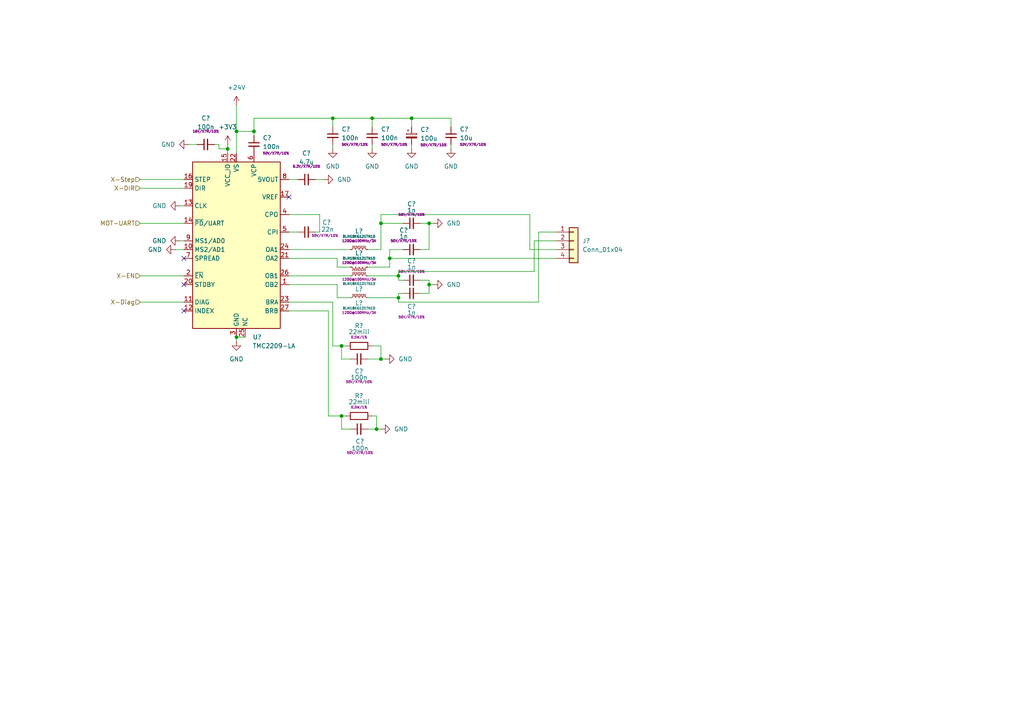
<source format=kicad_sch>
(kicad_sch
	(version 20250114)
	(generator "eeschema")
	(generator_version "9.0")
	(uuid "87ff88bc-d7f2-46aa-bb29-9ad8769fd9eb")
	(paper "A4")
	(lib_symbols
		(symbol "Connector_Generic:Conn_01x04"
			(pin_names
				(offset 1.016)
				(hide yes)
			)
			(exclude_from_sim no)
			(in_bom yes)
			(on_board yes)
			(property "Reference" "J"
				(at 0 5.08 0)
				(effects
					(font
						(size 1.27 1.27)
					)
				)
			)
			(property "Value" "Conn_01x04"
				(at 0 -7.62 0)
				(effects
					(font
						(size 1.27 1.27)
					)
				)
			)
			(property "Footprint" ""
				(at 0 0 0)
				(effects
					(font
						(size 1.27 1.27)
					)
					(hide yes)
				)
			)
			(property "Datasheet" "~"
				(at 0 0 0)
				(effects
					(font
						(size 1.27 1.27)
					)
					(hide yes)
				)
			)
			(property "Description" "Generic connector, single row, 01x04, script generated (kicad-library-utils/schlib/autogen/connector/)"
				(at 0 0 0)
				(effects
					(font
						(size 1.27 1.27)
					)
					(hide yes)
				)
			)
			(property "ki_keywords" "connector"
				(at 0 0 0)
				(effects
					(font
						(size 1.27 1.27)
					)
					(hide yes)
				)
			)
			(property "ki_fp_filters" "Connector*:*_1x??_*"
				(at 0 0 0)
				(effects
					(font
						(size 1.27 1.27)
					)
					(hide yes)
				)
			)
			(symbol "Conn_01x04_1_1"
				(rectangle
					(start -1.27 3.81)
					(end 1.27 -6.35)
					(stroke
						(width 0.254)
						(type default)
					)
					(fill
						(type background)
					)
				)
				(rectangle
					(start -1.27 2.667)
					(end 0 2.413)
					(stroke
						(width 0.1524)
						(type default)
					)
					(fill
						(type none)
					)
				)
				(rectangle
					(start -1.27 0.127)
					(end 0 -0.127)
					(stroke
						(width 0.1524)
						(type default)
					)
					(fill
						(type none)
					)
				)
				(rectangle
					(start -1.27 -2.413)
					(end 0 -2.667)
					(stroke
						(width 0.1524)
						(type default)
					)
					(fill
						(type none)
					)
				)
				(rectangle
					(start -1.27 -4.953)
					(end 0 -5.207)
					(stroke
						(width 0.1524)
						(type default)
					)
					(fill
						(type none)
					)
				)
				(pin passive line
					(at -5.08 2.54 0)
					(length 3.81)
					(name "Pin_1"
						(effects
							(font
								(size 1.27 1.27)
							)
						)
					)
					(number "1"
						(effects
							(font
								(size 1.27 1.27)
							)
						)
					)
				)
				(pin passive line
					(at -5.08 0 0)
					(length 3.81)
					(name "Pin_2"
						(effects
							(font
								(size 1.27 1.27)
							)
						)
					)
					(number "2"
						(effects
							(font
								(size 1.27 1.27)
							)
						)
					)
				)
				(pin passive line
					(at -5.08 -2.54 0)
					(length 3.81)
					(name "Pin_3"
						(effects
							(font
								(size 1.27 1.27)
							)
						)
					)
					(number "3"
						(effects
							(font
								(size 1.27 1.27)
							)
						)
					)
				)
				(pin passive line
					(at -5.08 -5.08 0)
					(length 3.81)
					(name "Pin_4"
						(effects
							(font
								(size 1.27 1.27)
							)
						)
					)
					(number "4"
						(effects
							(font
								(size 1.27 1.27)
							)
						)
					)
				)
			)
			(embedded_fonts no)
		)
		(symbol "Device:C_Polarized_Small"
			(pin_numbers
				(hide yes)
			)
			(pin_names
				(offset 0.254)
				(hide yes)
			)
			(exclude_from_sim no)
			(in_bom yes)
			(on_board yes)
			(property "Reference" "C"
				(at 0.254 1.778 0)
				(effects
					(font
						(size 1.27 1.27)
					)
					(justify left)
				)
			)
			(property "Value" "C_Polarized_Small"
				(at 0.254 -2.032 0)
				(effects
					(font
						(size 1.27 1.27)
					)
					(justify left)
				)
			)
			(property "Footprint" ""
				(at 0 0 0)
				(effects
					(font
						(size 1.27 1.27)
					)
					(hide yes)
				)
			)
			(property "Datasheet" "~"
				(at 0 0 0)
				(effects
					(font
						(size 1.27 1.27)
					)
					(hide yes)
				)
			)
			(property "Description" "Polarized capacitor, small symbol"
				(at 0 0 0)
				(effects
					(font
						(size 1.27 1.27)
					)
					(hide yes)
				)
			)
			(property "ki_keywords" "cap capacitor"
				(at 0 0 0)
				(effects
					(font
						(size 1.27 1.27)
					)
					(hide yes)
				)
			)
			(property "ki_fp_filters" "CP_*"
				(at 0 0 0)
				(effects
					(font
						(size 1.27 1.27)
					)
					(hide yes)
				)
			)
			(symbol "C_Polarized_Small_0_1"
				(rectangle
					(start -1.524 0.6858)
					(end 1.524 0.3048)
					(stroke
						(width 0)
						(type default)
					)
					(fill
						(type none)
					)
				)
				(rectangle
					(start -1.524 -0.3048)
					(end 1.524 -0.6858)
					(stroke
						(width 0)
						(type default)
					)
					(fill
						(type outline)
					)
				)
				(polyline
					(pts
						(xy -1.27 1.524) (xy -0.762 1.524)
					)
					(stroke
						(width 0)
						(type default)
					)
					(fill
						(type none)
					)
				)
				(polyline
					(pts
						(xy -1.016 1.27) (xy -1.016 1.778)
					)
					(stroke
						(width 0)
						(type default)
					)
					(fill
						(type none)
					)
				)
			)
			(symbol "C_Polarized_Small_1_1"
				(pin passive line
					(at 0 2.54 270)
					(length 1.8542)
					(name "~"
						(effects
							(font
								(size 1.27 1.27)
							)
						)
					)
					(number "1"
						(effects
							(font
								(size 1.27 1.27)
							)
						)
					)
				)
				(pin passive line
					(at 0 -2.54 90)
					(length 1.8542)
					(name "~"
						(effects
							(font
								(size 1.27 1.27)
							)
						)
					)
					(number "2"
						(effects
							(font
								(size 1.27 1.27)
							)
						)
					)
				)
			)
			(embedded_fonts no)
		)
		(symbol "Device:C_Small"
			(pin_numbers
				(hide yes)
			)
			(pin_names
				(offset 0.254)
				(hide yes)
			)
			(exclude_from_sim no)
			(in_bom yes)
			(on_board yes)
			(property "Reference" "C"
				(at 0.254 1.778 0)
				(effects
					(font
						(size 1.27 1.27)
					)
					(justify left)
				)
			)
			(property "Value" "C_Small"
				(at 0.254 -2.032 0)
				(effects
					(font
						(size 1.27 1.27)
					)
					(justify left)
				)
			)
			(property "Footprint" ""
				(at 0 0 0)
				(effects
					(font
						(size 1.27 1.27)
					)
					(hide yes)
				)
			)
			(property "Datasheet" "~"
				(at 0 0 0)
				(effects
					(font
						(size 1.27 1.27)
					)
					(hide yes)
				)
			)
			(property "Description" "Unpolarized capacitor, small symbol"
				(at 0 0 0)
				(effects
					(font
						(size 1.27 1.27)
					)
					(hide yes)
				)
			)
			(property "ki_keywords" "capacitor cap"
				(at 0 0 0)
				(effects
					(font
						(size 1.27 1.27)
					)
					(hide yes)
				)
			)
			(property "ki_fp_filters" "C_*"
				(at 0 0 0)
				(effects
					(font
						(size 1.27 1.27)
					)
					(hide yes)
				)
			)
			(symbol "C_Small_0_1"
				(polyline
					(pts
						(xy -1.524 0.508) (xy 1.524 0.508)
					)
					(stroke
						(width 0.3048)
						(type default)
					)
					(fill
						(type none)
					)
				)
				(polyline
					(pts
						(xy -1.524 -0.508) (xy 1.524 -0.508)
					)
					(stroke
						(width 0.3302)
						(type default)
					)
					(fill
						(type none)
					)
				)
			)
			(symbol "C_Small_1_1"
				(pin passive line
					(at 0 2.54 270)
					(length 2.032)
					(name "~"
						(effects
							(font
								(size 1.27 1.27)
							)
						)
					)
					(number "1"
						(effects
							(font
								(size 1.27 1.27)
							)
						)
					)
				)
				(pin passive line
					(at 0 -2.54 90)
					(length 2.032)
					(name "~"
						(effects
							(font
								(size 1.27 1.27)
							)
						)
					)
					(number "2"
						(effects
							(font
								(size 1.27 1.27)
							)
						)
					)
				)
			)
			(embedded_fonts no)
		)
		(symbol "Device:L_Ferrite_Small"
			(pin_numbers
				(hide yes)
			)
			(pin_names
				(offset 0.254)
				(hide yes)
			)
			(exclude_from_sim no)
			(in_bom yes)
			(on_board yes)
			(property "Reference" "L"
				(at 1.27 1.016 0)
				(effects
					(font
						(size 1.27 1.27)
					)
					(justify left)
				)
			)
			(property "Value" "L_Ferrite_Small"
				(at 1.27 -1.27 0)
				(effects
					(font
						(size 1.27 1.27)
					)
					(justify left)
				)
			)
			(property "Footprint" ""
				(at 0 0 0)
				(effects
					(font
						(size 1.27 1.27)
					)
					(hide yes)
				)
			)
			(property "Datasheet" "~"
				(at 0 0 0)
				(effects
					(font
						(size 1.27 1.27)
					)
					(hide yes)
				)
			)
			(property "Description" "Inductor with ferrite core, small symbol"
				(at 0 0 0)
				(effects
					(font
						(size 1.27 1.27)
					)
					(hide yes)
				)
			)
			(property "ki_keywords" "inductor choke coil reactor magnetic"
				(at 0 0 0)
				(effects
					(font
						(size 1.27 1.27)
					)
					(hide yes)
				)
			)
			(property "ki_fp_filters" "Choke_* *Coil* Inductor_* L_*"
				(at 0 0 0)
				(effects
					(font
						(size 1.27 1.27)
					)
					(hide yes)
				)
			)
			(symbol "L_Ferrite_Small_0_1"
				(arc
					(start 0 2.032)
					(mid 0.5058 1.524)
					(end 0 1.016)
					(stroke
						(width 0)
						(type default)
					)
					(fill
						(type none)
					)
				)
				(arc
					(start 0 1.016)
					(mid 0.5058 0.508)
					(end 0 0)
					(stroke
						(width 0)
						(type default)
					)
					(fill
						(type none)
					)
				)
				(arc
					(start 0 0)
					(mid 0.5058 -0.508)
					(end 0 -1.016)
					(stroke
						(width 0)
						(type default)
					)
					(fill
						(type none)
					)
				)
				(arc
					(start 0 -1.016)
					(mid 0.5058 -1.524)
					(end 0 -2.032)
					(stroke
						(width 0)
						(type default)
					)
					(fill
						(type none)
					)
				)
				(polyline
					(pts
						(xy 0.762 1.651) (xy 0.762 1.905)
					)
					(stroke
						(width 0)
						(type default)
					)
					(fill
						(type none)
					)
				)
				(polyline
					(pts
						(xy 0.762 1.143) (xy 0.762 1.397)
					)
					(stroke
						(width 0)
						(type default)
					)
					(fill
						(type none)
					)
				)
				(polyline
					(pts
						(xy 0.762 0.635) (xy 0.762 0.889)
					)
					(stroke
						(width 0)
						(type default)
					)
					(fill
						(type none)
					)
				)
				(polyline
					(pts
						(xy 0.762 0.127) (xy 0.762 0.381)
					)
					(stroke
						(width 0)
						(type default)
					)
					(fill
						(type none)
					)
				)
				(polyline
					(pts
						(xy 0.762 -0.381) (xy 0.762 -0.127)
					)
					(stroke
						(width 0)
						(type default)
					)
					(fill
						(type none)
					)
				)
				(polyline
					(pts
						(xy 0.762 -0.889) (xy 0.762 -0.635)
					)
					(stroke
						(width 0)
						(type default)
					)
					(fill
						(type none)
					)
				)
				(polyline
					(pts
						(xy 0.762 -1.397) (xy 0.762 -1.143)
					)
					(stroke
						(width 0)
						(type default)
					)
					(fill
						(type none)
					)
				)
				(polyline
					(pts
						(xy 0.762 -1.905) (xy 0.762 -1.651)
					)
					(stroke
						(width 0)
						(type default)
					)
					(fill
						(type none)
					)
				)
				(polyline
					(pts
						(xy 1.016 1.905) (xy 1.016 1.651)
					)
					(stroke
						(width 0)
						(type default)
					)
					(fill
						(type none)
					)
				)
				(polyline
					(pts
						(xy 1.016 1.397) (xy 1.016 1.143)
					)
					(stroke
						(width 0)
						(type default)
					)
					(fill
						(type none)
					)
				)
				(polyline
					(pts
						(xy 1.016 0.889) (xy 1.016 0.635)
					)
					(stroke
						(width 0)
						(type default)
					)
					(fill
						(type none)
					)
				)
				(polyline
					(pts
						(xy 1.016 0.381) (xy 1.016 0.127)
					)
					(stroke
						(width 0)
						(type default)
					)
					(fill
						(type none)
					)
				)
				(polyline
					(pts
						(xy 1.016 -0.127) (xy 1.016 -0.381)
					)
					(stroke
						(width 0)
						(type default)
					)
					(fill
						(type none)
					)
				)
				(polyline
					(pts
						(xy 1.016 -0.635) (xy 1.016 -0.889)
					)
					(stroke
						(width 0)
						(type default)
					)
					(fill
						(type none)
					)
				)
				(polyline
					(pts
						(xy 1.016 -1.143) (xy 1.016 -1.397)
					)
					(stroke
						(width 0)
						(type default)
					)
					(fill
						(type none)
					)
				)
				(polyline
					(pts
						(xy 1.016 -1.651) (xy 1.016 -1.905)
					)
					(stroke
						(width 0)
						(type default)
					)
					(fill
						(type none)
					)
				)
			)
			(symbol "L_Ferrite_Small_1_1"
				(pin passive line
					(at 0 2.54 270)
					(length 0.508)
					(name "~"
						(effects
							(font
								(size 1.27 1.27)
							)
						)
					)
					(number "1"
						(effects
							(font
								(size 1.27 1.27)
							)
						)
					)
				)
				(pin passive line
					(at 0 -2.54 90)
					(length 0.508)
					(name "~"
						(effects
							(font
								(size 1.27 1.27)
							)
						)
					)
					(number "2"
						(effects
							(font
								(size 1.27 1.27)
							)
						)
					)
				)
			)
			(embedded_fonts no)
		)
		(symbol "Device:R"
			(pin_numbers
				(hide yes)
			)
			(pin_names
				(offset 0)
			)
			(exclude_from_sim no)
			(in_bom yes)
			(on_board yes)
			(property "Reference" "R"
				(at 2.032 0 90)
				(effects
					(font
						(size 1.27 1.27)
					)
				)
			)
			(property "Value" "R"
				(at 0 0 90)
				(effects
					(font
						(size 1.27 1.27)
					)
				)
			)
			(property "Footprint" ""
				(at -1.778 0 90)
				(effects
					(font
						(size 1.27 1.27)
					)
					(hide yes)
				)
			)
			(property "Datasheet" "~"
				(at 0 0 0)
				(effects
					(font
						(size 1.27 1.27)
					)
					(hide yes)
				)
			)
			(property "Description" "Resistor"
				(at 0 0 0)
				(effects
					(font
						(size 1.27 1.27)
					)
					(hide yes)
				)
			)
			(property "ki_keywords" "R res resistor"
				(at 0 0 0)
				(effects
					(font
						(size 1.27 1.27)
					)
					(hide yes)
				)
			)
			(property "ki_fp_filters" "R_*"
				(at 0 0 0)
				(effects
					(font
						(size 1.27 1.27)
					)
					(hide yes)
				)
			)
			(symbol "R_0_1"
				(rectangle
					(start -1.016 -2.54)
					(end 1.016 2.54)
					(stroke
						(width 0.254)
						(type default)
					)
					(fill
						(type none)
					)
				)
			)
			(symbol "R_1_1"
				(pin passive line
					(at 0 3.81 270)
					(length 1.27)
					(name "~"
						(effects
							(font
								(size 1.27 1.27)
							)
						)
					)
					(number "1"
						(effects
							(font
								(size 1.27 1.27)
							)
						)
					)
				)
				(pin passive line
					(at 0 -3.81 90)
					(length 1.27)
					(name "~"
						(effects
							(font
								(size 1.27 1.27)
							)
						)
					)
					(number "2"
						(effects
							(font
								(size 1.27 1.27)
							)
						)
					)
				)
			)
			(embedded_fonts no)
		)
		(symbol "Driver_Motor:TMC2209-LA"
			(exclude_from_sim no)
			(in_bom yes)
			(on_board yes)
			(property "Reference" "U"
				(at -11.684 26.924 0)
				(effects
					(font
						(size 1.27 1.27)
					)
				)
			)
			(property "Value" "TMC2209-LA"
				(at 13.208 26.924 0)
				(effects
					(font
						(size 1.27 1.27)
					)
				)
			)
			(property "Footprint" "Package_DFN_QFN:VQFN-28-1EP_5x5mm_P0.5mm_EP3.7x3.7mm_ThermalVias"
				(at 0 -27.94 0)
				(effects
					(font
						(size 1.27 1.27)
					)
					(hide yes)
				)
			)
			(property "Datasheet" "https://www.analog.com/media/en/technical-documentation/data-sheets/TMC2209_datasheet_rev1.09.pdf"
				(at 0 -29.972 0)
				(effects
					(font
						(size 1.27 1.27)
					)
					(hide yes)
				)
			)
			(property "Description" "2-phase stepper motor driver, 256 µSteps, 2.8A peak, 2.0A RMS, VS = 4.75..29V, STEP/DIR and UART interface, VQFN-28"
				(at 0 -32.004 0)
				(effects
					(font
						(size 1.27 1.27)
					)
					(hide yes)
				)
			)
			(property "ki_keywords" "ADI-Trinamic Analog-Devices"
				(at 0 0 0)
				(effects
					(font
						(size 1.27 1.27)
					)
					(hide yes)
				)
			)
			(property "ki_fp_filters" "*VQFN*5x5mm*P0.5mm*EP3.7*3.7*"
				(at 0 0 0)
				(effects
					(font
						(size 1.27 1.27)
					)
					(hide yes)
				)
			)
			(symbol "TMC2209-LA_0_1"
				(rectangle
					(start -12.7 25.4)
					(end 12.7 -22.86)
					(stroke
						(width 0.254)
						(type default)
					)
					(fill
						(type background)
					)
				)
			)
			(symbol "TMC2209-LA_1_1"
				(pin input line
					(at -15.24 20.32 0)
					(length 2.54)
					(name "STEP"
						(effects
							(font
								(size 1.27 1.27)
							)
						)
					)
					(number "16"
						(effects
							(font
								(size 1.27 1.27)
							)
						)
					)
				)
				(pin input line
					(at -15.24 17.78 0)
					(length 2.54)
					(name "DIR"
						(effects
							(font
								(size 1.27 1.27)
							)
						)
					)
					(number "19"
						(effects
							(font
								(size 1.27 1.27)
							)
						)
					)
				)
				(pin input line
					(at -15.24 12.7 0)
					(length 2.54)
					(name "CLK"
						(effects
							(font
								(size 1.27 1.27)
							)
						)
					)
					(number "13"
						(effects
							(font
								(size 1.27 1.27)
							)
						)
					)
				)
				(pin bidirectional line
					(at -15.24 7.62 0)
					(length 2.54)
					(name "~{PD}/UART"
						(effects
							(font
								(size 1.27 1.27)
							)
						)
					)
					(number "14"
						(effects
							(font
								(size 1.27 1.27)
							)
						)
					)
				)
				(pin input line
					(at -15.24 2.54 0)
					(length 2.54)
					(name "MS1/AD0"
						(effects
							(font
								(size 1.27 1.27)
							)
						)
					)
					(number "9"
						(effects
							(font
								(size 1.27 1.27)
							)
						)
					)
				)
				(pin input line
					(at -15.24 0 0)
					(length 2.54)
					(name "MS2/AD1"
						(effects
							(font
								(size 1.27 1.27)
							)
						)
					)
					(number "10"
						(effects
							(font
								(size 1.27 1.27)
							)
						)
					)
				)
				(pin input line
					(at -15.24 -2.54 0)
					(length 2.54)
					(name "SPREAD"
						(effects
							(font
								(size 1.27 1.27)
							)
						)
					)
					(number "7"
						(effects
							(font
								(size 1.27 1.27)
							)
						)
					)
				)
				(pin input line
					(at -15.24 -7.62 0)
					(length 2.54)
					(name "~{EN}"
						(effects
							(font
								(size 1.27 1.27)
							)
						)
					)
					(number "2"
						(effects
							(font
								(size 1.27 1.27)
							)
						)
					)
				)
				(pin input line
					(at -15.24 -10.16 0)
					(length 2.54)
					(name "STDBY"
						(effects
							(font
								(size 1.27 1.27)
							)
						)
					)
					(number "20"
						(effects
							(font
								(size 1.27 1.27)
							)
						)
					)
				)
				(pin output line
					(at -15.24 -15.24 0)
					(length 2.54)
					(name "DIAG"
						(effects
							(font
								(size 1.27 1.27)
							)
						)
					)
					(number "11"
						(effects
							(font
								(size 1.27 1.27)
							)
						)
					)
				)
				(pin output line
					(at -15.24 -17.78 0)
					(length 2.54)
					(name "INDEX"
						(effects
							(font
								(size 1.27 1.27)
							)
						)
					)
					(number "12"
						(effects
							(font
								(size 1.27 1.27)
							)
						)
					)
				)
				(pin power_in line
					(at -2.54 27.94 270)
					(length 2.54)
					(name "VCC_IO"
						(effects
							(font
								(size 1.27 1.27)
							)
						)
					)
					(number "15"
						(effects
							(font
								(size 1.27 1.27)
							)
						)
					)
				)
				(pin power_in line
					(at 0 27.94 270)
					(length 2.54)
					(name "VS"
						(effects
							(font
								(size 1.27 1.27)
							)
						)
					)
					(number "22"
						(effects
							(font
								(size 1.27 1.27)
							)
						)
					)
				)
				(pin passive line
					(at 0 27.94 270)
					(length 2.54)
					(hide yes)
					(name "VS"
						(effects
							(font
								(size 1.27 1.27)
							)
						)
					)
					(number "28"
						(effects
							(font
								(size 1.27 1.27)
							)
						)
					)
				)
				(pin passive line
					(at 0 -25.4 90)
					(length 2.54)
					(hide yes)
					(name "GND"
						(effects
							(font
								(size 1.27 1.27)
							)
						)
					)
					(number "18"
						(effects
							(font
								(size 1.27 1.27)
							)
						)
					)
				)
				(pin passive line
					(at 0 -25.4 90)
					(length 2.54)
					(hide yes)
					(name "GND"
						(effects
							(font
								(size 1.27 1.27)
							)
						)
					)
					(number "29"
						(effects
							(font
								(size 1.27 1.27)
							)
						)
					)
				)
				(pin power_in line
					(at 0 -25.4 90)
					(length 2.54)
					(name "GND"
						(effects
							(font
								(size 1.27 1.27)
							)
						)
					)
					(number "3"
						(effects
							(font
								(size 1.27 1.27)
							)
						)
					)
				)
				(pin passive line
					(at 2.54 -25.4 90)
					(length 2.54)
					(name "NC"
						(effects
							(font
								(size 1.27 1.27)
							)
						)
					)
					(number "25"
						(effects
							(font
								(size 1.27 1.27)
							)
						)
					)
				)
				(pin output line
					(at 5.08 27.94 270)
					(length 2.54)
					(name "VCP"
						(effects
							(font
								(size 1.27 1.27)
							)
						)
					)
					(number "6"
						(effects
							(font
								(size 1.27 1.27)
							)
						)
					)
				)
				(pin power_out line
					(at 15.24 20.32 180)
					(length 2.54)
					(name "5VOUT"
						(effects
							(font
								(size 1.27 1.27)
							)
						)
					)
					(number "8"
						(effects
							(font
								(size 1.27 1.27)
							)
						)
					)
				)
				(pin passive line
					(at 15.24 15.24 180)
					(length 2.54)
					(name "VREF"
						(effects
							(font
								(size 1.27 1.27)
							)
						)
					)
					(number "17"
						(effects
							(font
								(size 1.27 1.27)
							)
						)
					)
				)
				(pin input line
					(at 15.24 10.16 180)
					(length 2.54)
					(name "CPO"
						(effects
							(font
								(size 1.27 1.27)
							)
						)
					)
					(number "4"
						(effects
							(font
								(size 1.27 1.27)
							)
						)
					)
				)
				(pin input line
					(at 15.24 5.08 180)
					(length 2.54)
					(name "CPI"
						(effects
							(font
								(size 1.27 1.27)
							)
						)
					)
					(number "5"
						(effects
							(font
								(size 1.27 1.27)
							)
						)
					)
				)
				(pin output line
					(at 15.24 0 180)
					(length 2.54)
					(name "OA1"
						(effects
							(font
								(size 1.27 1.27)
							)
						)
					)
					(number "24"
						(effects
							(font
								(size 1.27 1.27)
							)
						)
					)
				)
				(pin output line
					(at 15.24 -2.54 180)
					(length 2.54)
					(name "OA2"
						(effects
							(font
								(size 1.27 1.27)
							)
						)
					)
					(number "21"
						(effects
							(font
								(size 1.27 1.27)
							)
						)
					)
				)
				(pin output line
					(at 15.24 -7.62 180)
					(length 2.54)
					(name "OB1"
						(effects
							(font
								(size 1.27 1.27)
							)
						)
					)
					(number "26"
						(effects
							(font
								(size 1.27 1.27)
							)
						)
					)
				)
				(pin output line
					(at 15.24 -10.16 180)
					(length 2.54)
					(name "OB2"
						(effects
							(font
								(size 1.27 1.27)
							)
						)
					)
					(number "1"
						(effects
							(font
								(size 1.27 1.27)
							)
						)
					)
				)
				(pin input line
					(at 15.24 -15.24 180)
					(length 2.54)
					(name "BRA"
						(effects
							(font
								(size 1.27 1.27)
							)
						)
					)
					(number "23"
						(effects
							(font
								(size 1.27 1.27)
							)
						)
					)
				)
				(pin input line
					(at 15.24 -17.78 180)
					(length 2.54)
					(name "BRB"
						(effects
							(font
								(size 1.27 1.27)
							)
						)
					)
					(number "27"
						(effects
							(font
								(size 1.27 1.27)
							)
						)
					)
				)
			)
			(embedded_fonts no)
		)
		(symbol "power:+24V"
			(power)
			(pin_numbers
				(hide yes)
			)
			(pin_names
				(offset 0)
				(hide yes)
			)
			(exclude_from_sim no)
			(in_bom yes)
			(on_board yes)
			(property "Reference" "#PWR"
				(at 0 -3.81 0)
				(effects
					(font
						(size 1.27 1.27)
					)
					(hide yes)
				)
			)
			(property "Value" "+24V"
				(at 0 3.556 0)
				(effects
					(font
						(size 1.27 1.27)
					)
				)
			)
			(property "Footprint" ""
				(at 0 0 0)
				(effects
					(font
						(size 1.27 1.27)
					)
					(hide yes)
				)
			)
			(property "Datasheet" ""
				(at 0 0 0)
				(effects
					(font
						(size 1.27 1.27)
					)
					(hide yes)
				)
			)
			(property "Description" "Power symbol creates a global label with name \"+24V\""
				(at 0 0 0)
				(effects
					(font
						(size 1.27 1.27)
					)
					(hide yes)
				)
			)
			(property "ki_keywords" "global power"
				(at 0 0 0)
				(effects
					(font
						(size 1.27 1.27)
					)
					(hide yes)
				)
			)
			(symbol "+24V_0_1"
				(polyline
					(pts
						(xy -0.762 1.27) (xy 0 2.54)
					)
					(stroke
						(width 0)
						(type default)
					)
					(fill
						(type none)
					)
				)
				(polyline
					(pts
						(xy 0 2.54) (xy 0.762 1.27)
					)
					(stroke
						(width 0)
						(type default)
					)
					(fill
						(type none)
					)
				)
				(polyline
					(pts
						(xy 0 0) (xy 0 2.54)
					)
					(stroke
						(width 0)
						(type default)
					)
					(fill
						(type none)
					)
				)
			)
			(symbol "+24V_1_1"
				(pin power_in line
					(at 0 0 90)
					(length 0)
					(name "~"
						(effects
							(font
								(size 1.27 1.27)
							)
						)
					)
					(number "1"
						(effects
							(font
								(size 1.27 1.27)
							)
						)
					)
				)
			)
			(embedded_fonts no)
		)
		(symbol "power:+3V3"
			(power)
			(pin_numbers
				(hide yes)
			)
			(pin_names
				(offset 0)
				(hide yes)
			)
			(exclude_from_sim no)
			(in_bom yes)
			(on_board yes)
			(property "Reference" "#PWR"
				(at 0 -3.81 0)
				(effects
					(font
						(size 1.27 1.27)
					)
					(hide yes)
				)
			)
			(property "Value" "+3V3"
				(at 0 3.556 0)
				(effects
					(font
						(size 1.27 1.27)
					)
				)
			)
			(property "Footprint" ""
				(at 0 0 0)
				(effects
					(font
						(size 1.27 1.27)
					)
					(hide yes)
				)
			)
			(property "Datasheet" ""
				(at 0 0 0)
				(effects
					(font
						(size 1.27 1.27)
					)
					(hide yes)
				)
			)
			(property "Description" "Power symbol creates a global label with name \"+3V3\""
				(at 0 0 0)
				(effects
					(font
						(size 1.27 1.27)
					)
					(hide yes)
				)
			)
			(property "ki_keywords" "global power"
				(at 0 0 0)
				(effects
					(font
						(size 1.27 1.27)
					)
					(hide yes)
				)
			)
			(symbol "+3V3_0_1"
				(polyline
					(pts
						(xy -0.762 1.27) (xy 0 2.54)
					)
					(stroke
						(width 0)
						(type default)
					)
					(fill
						(type none)
					)
				)
				(polyline
					(pts
						(xy 0 2.54) (xy 0.762 1.27)
					)
					(stroke
						(width 0)
						(type default)
					)
					(fill
						(type none)
					)
				)
				(polyline
					(pts
						(xy 0 0) (xy 0 2.54)
					)
					(stroke
						(width 0)
						(type default)
					)
					(fill
						(type none)
					)
				)
			)
			(symbol "+3V3_1_1"
				(pin power_in line
					(at 0 0 90)
					(length 0)
					(name "~"
						(effects
							(font
								(size 1.27 1.27)
							)
						)
					)
					(number "1"
						(effects
							(font
								(size 1.27 1.27)
							)
						)
					)
				)
			)
			(embedded_fonts no)
		)
		(symbol "power:GND"
			(power)
			(pin_numbers
				(hide yes)
			)
			(pin_names
				(offset 0)
				(hide yes)
			)
			(exclude_from_sim no)
			(in_bom yes)
			(on_board yes)
			(property "Reference" "#PWR"
				(at 0 -6.35 0)
				(effects
					(font
						(size 1.27 1.27)
					)
					(hide yes)
				)
			)
			(property "Value" "GND"
				(at 0 -3.81 0)
				(effects
					(font
						(size 1.27 1.27)
					)
				)
			)
			(property "Footprint" ""
				(at 0 0 0)
				(effects
					(font
						(size 1.27 1.27)
					)
					(hide yes)
				)
			)
			(property "Datasheet" ""
				(at 0 0 0)
				(effects
					(font
						(size 1.27 1.27)
					)
					(hide yes)
				)
			)
			(property "Description" "Power symbol creates a global label with name \"GND\" , ground"
				(at 0 0 0)
				(effects
					(font
						(size 1.27 1.27)
					)
					(hide yes)
				)
			)
			(property "ki_keywords" "global power"
				(at 0 0 0)
				(effects
					(font
						(size 1.27 1.27)
					)
					(hide yes)
				)
			)
			(symbol "GND_0_1"
				(polyline
					(pts
						(xy 0 0) (xy 0 -1.27) (xy 1.27 -1.27) (xy 0 -2.54) (xy -1.27 -1.27) (xy 0 -1.27)
					)
					(stroke
						(width 0)
						(type default)
					)
					(fill
						(type none)
					)
				)
			)
			(symbol "GND_1_1"
				(pin power_in line
					(at 0 0 270)
					(length 0)
					(name "~"
						(effects
							(font
								(size 1.27 1.27)
							)
						)
					)
					(number "1"
						(effects
							(font
								(size 1.27 1.27)
							)
						)
					)
				)
			)
			(embedded_fonts no)
		)
	)
	(junction
		(at 99.06 120.65)
		(diameter 0)
		(color 0 0 0 0)
		(uuid "06cbfe01-a785-4724-8ae4-0159559fff28")
	)
	(junction
		(at 96.52 34.29)
		(diameter 0)
		(color 0 0 0 0)
		(uuid "109b1e07-0e62-4675-b2b4-e9ef4f76dd97")
	)
	(junction
		(at 124.46 82.55)
		(diameter 0)
		(color 0 0 0 0)
		(uuid "19e41fd8-a898-4f38-91bb-81b2e1a55928")
	)
	(junction
		(at 115.57 80.01)
		(diameter 0)
		(color 0 0 0 0)
		(uuid "2785bfa2-3403-41b7-9949-a6349fbd0448")
	)
	(junction
		(at 68.58 97.79)
		(diameter 0)
		(color 0 0 0 0)
		(uuid "3277a529-e5c9-4e9c-8e17-da661d31ca77")
	)
	(junction
		(at 124.46 64.77)
		(diameter 0)
		(color 0 0 0 0)
		(uuid "36f22b60-7e51-437b-a10f-ed32af835b19")
	)
	(junction
		(at 107.95 34.29)
		(diameter 0)
		(color 0 0 0 0)
		(uuid "379e99c1-d950-46b6-9cda-746c7fa5f49d")
	)
	(junction
		(at 66.04 43.18)
		(diameter 0)
		(color 0 0 0 0)
		(uuid "45370e76-9af3-4d6f-8f61-203269471a86")
	)
	(junction
		(at 110.49 64.77)
		(diameter 0)
		(color 0 0 0 0)
		(uuid "6b38a99b-4292-4913-aed5-b364c8db8ee3")
	)
	(junction
		(at 68.58 38.1)
		(diameter 0)
		(color 0 0 0 0)
		(uuid "8ff25203-b9a4-4962-8d6e-46953b50812b")
	)
	(junction
		(at 73.66 38.1)
		(diameter 0)
		(color 0 0 0 0)
		(uuid "920cac61-7151-4731-803b-0867b83df10f")
	)
	(junction
		(at 113.03 74.93)
		(diameter 0)
		(color 0 0 0 0)
		(uuid "b3652810-def5-4d28-8e75-404185e2f4d7")
	)
	(junction
		(at 115.57 86.36)
		(diameter 0)
		(color 0 0 0 0)
		(uuid "b4d76e23-0f9a-4732-af89-32c764962a97")
	)
	(junction
		(at 99.06 100.33)
		(diameter 0)
		(color 0 0 0 0)
		(uuid "c8d974fc-5fa6-4cb6-9002-83dd7ec87117")
	)
	(junction
		(at 110.49 104.14)
		(diameter 0)
		(color 0 0 0 0)
		(uuid "d19a8344-0417-4d17-a611-7aa9be20ea5d")
	)
	(junction
		(at 109.22 124.46)
		(diameter 0)
		(color 0 0 0 0)
		(uuid "d447102b-f278-4446-88c0-546da2af6e50")
	)
	(junction
		(at 119.38 34.29)
		(diameter 0)
		(color 0 0 0 0)
		(uuid "f1af7a63-76e6-4deb-ac94-d361c926ee60")
	)
	(no_connect
		(at 53.34 74.93)
		(uuid "1bb417d0-8115-41cd-a85d-55e79605e84f")
	)
	(no_connect
		(at 53.34 90.17)
		(uuid "571bb867-4400-428b-930e-ced87e4bd4d4")
	)
	(no_connect
		(at 53.34 82.55)
		(uuid "7463cd34-d70d-440b-a179-309591aa70cd")
	)
	(no_connect
		(at 83.82 57.15)
		(uuid "f1625f37-bb24-4e09-b8aa-62fbcaeda8a7")
	)
	(wire
		(pts
			(xy 54.61 41.91) (xy 57.15 41.91)
		)
		(stroke
			(width 0)
			(type default)
		)
		(uuid "0093c766-9991-4c5a-8b90-7ccdf694ae09")
	)
	(wire
		(pts
			(xy 130.81 41.91) (xy 130.81 43.18)
		)
		(stroke
			(width 0)
			(type default)
		)
		(uuid "0327fc7e-0c09-4b2e-8950-16c8963572e2")
	)
	(wire
		(pts
			(xy 68.58 97.79) (xy 71.12 97.79)
		)
		(stroke
			(width 0)
			(type default)
		)
		(uuid "077cb202-225c-447f-a733-48e7851146b1")
	)
	(wire
		(pts
			(xy 153.67 62.23) (xy 153.67 72.39)
		)
		(stroke
			(width 0)
			(type default)
		)
		(uuid "096a1336-dce1-4811-9986-086c9106d8f5")
	)
	(wire
		(pts
			(xy 68.58 38.1) (xy 68.58 44.45)
		)
		(stroke
			(width 0)
			(type default)
		)
		(uuid "09d880ab-c58d-4ca1-bc36-b9a6ffbfb568")
	)
	(wire
		(pts
			(xy 106.68 104.14) (xy 110.49 104.14)
		)
		(stroke
			(width 0)
			(type default)
		)
		(uuid "0aff47a6-9a3c-403b-950b-1a8819ec02b0")
	)
	(wire
		(pts
			(xy 124.46 82.55) (xy 124.46 81.28)
		)
		(stroke
			(width 0)
			(type default)
		)
		(uuid "0bb9e309-2f98-4a98-890a-ff4bd51d6ccd")
	)
	(wire
		(pts
			(xy 110.49 62.23) (xy 153.67 62.23)
		)
		(stroke
			(width 0)
			(type default)
		)
		(uuid "0bcce0a6-3654-48c5-ab7d-f1460ec47d6f")
	)
	(wire
		(pts
			(xy 73.66 34.29) (xy 96.52 34.29)
		)
		(stroke
			(width 0)
			(type default)
		)
		(uuid "1199dba7-f3c3-464c-b816-e9e7e748e88c")
	)
	(wire
		(pts
			(xy 40.64 54.61) (xy 53.34 54.61)
		)
		(stroke
			(width 0)
			(type default)
		)
		(uuid "11f1843d-dde0-4cd8-a23e-5129576cae70")
	)
	(wire
		(pts
			(xy 40.64 52.07) (xy 53.34 52.07)
		)
		(stroke
			(width 0)
			(type default)
		)
		(uuid "148e9b2c-65e2-4148-af94-e505bf8131cb")
	)
	(wire
		(pts
			(xy 66.04 43.18) (xy 63.5 43.18)
		)
		(stroke
			(width 0)
			(type default)
		)
		(uuid "153496de-c7a7-4a09-84a9-7ca0852eed5a")
	)
	(wire
		(pts
			(xy 92.71 62.23) (xy 83.82 62.23)
		)
		(stroke
			(width 0)
			(type default)
		)
		(uuid "157988f7-3b53-4ecd-9345-40bf5589122c")
	)
	(wire
		(pts
			(xy 99.06 100.33) (xy 100.33 100.33)
		)
		(stroke
			(width 0)
			(type default)
		)
		(uuid "18812237-1b9c-44d4-81f8-c445fd7b4cc4")
	)
	(wire
		(pts
			(xy 40.64 64.77) (xy 53.34 64.77)
		)
		(stroke
			(width 0)
			(type default)
		)
		(uuid "1c3f666d-a262-4a0b-bcdc-fb30992403f6")
	)
	(wire
		(pts
			(xy 124.46 85.09) (xy 124.46 82.55)
		)
		(stroke
			(width 0)
			(type default)
		)
		(uuid "1c7034f2-5d80-4401-b870-c344221c41db")
	)
	(wire
		(pts
			(xy 96.52 87.63) (xy 96.52 100.33)
		)
		(stroke
			(width 0)
			(type default)
		)
		(uuid "1f52ada8-cd17-4ef1-9f25-045995ebc639")
	)
	(wire
		(pts
			(xy 83.82 74.93) (xy 97.79 74.93)
		)
		(stroke
			(width 0)
			(type default)
		)
		(uuid "253dcfb0-4ff5-4335-9f4e-6e19a41333e3")
	)
	(wire
		(pts
			(xy 97.79 82.55) (xy 97.79 86.36)
		)
		(stroke
			(width 0)
			(type default)
		)
		(uuid "270a5324-d3db-4d61-ae6a-a28e8a149951")
	)
	(wire
		(pts
			(xy 52.07 59.69) (xy 53.34 59.69)
		)
		(stroke
			(width 0)
			(type default)
		)
		(uuid "275a1378-2da3-47cd-bae8-4bfb0c2218e9")
	)
	(wire
		(pts
			(xy 156.21 67.31) (xy 161.29 67.31)
		)
		(stroke
			(width 0)
			(type default)
		)
		(uuid "295e0f2f-947b-4964-9f82-102cc32277f1")
	)
	(wire
		(pts
			(xy 68.58 97.79) (xy 68.58 99.06)
		)
		(stroke
			(width 0)
			(type default)
		)
		(uuid "2aaee15e-4244-45f5-83de-e911dc0eb063")
	)
	(wire
		(pts
			(xy 110.49 64.77) (xy 116.84 64.77)
		)
		(stroke
			(width 0)
			(type default)
		)
		(uuid "2d122ac5-535c-4bdf-8a20-07f15555c66a")
	)
	(wire
		(pts
			(xy 124.46 72.39) (xy 121.92 72.39)
		)
		(stroke
			(width 0)
			(type default)
		)
		(uuid "2dbcafab-b4b4-4ee3-97b8-7bad5adb298f")
	)
	(wire
		(pts
			(xy 110.49 104.14) (xy 111.76 104.14)
		)
		(stroke
			(width 0)
			(type default)
		)
		(uuid "2dc127f5-6a30-4223-bf85-c5875e7302ac")
	)
	(wire
		(pts
			(xy 99.06 120.65) (xy 100.33 120.65)
		)
		(stroke
			(width 0)
			(type default)
		)
		(uuid "348fe479-79ac-4f5a-b99f-22e0e974d797")
	)
	(wire
		(pts
			(xy 124.46 81.28) (xy 121.92 81.28)
		)
		(stroke
			(width 0)
			(type default)
		)
		(uuid "34d626d7-16e3-4dad-8950-ce270631abe8")
	)
	(wire
		(pts
			(xy 99.06 120.65) (xy 99.06 124.46)
		)
		(stroke
			(width 0)
			(type default)
		)
		(uuid "3a0388c4-ee94-4249-a3bb-fda183e746f6")
	)
	(wire
		(pts
			(xy 99.06 104.14) (xy 101.6 104.14)
		)
		(stroke
			(width 0)
			(type default)
		)
		(uuid "3b985d05-9357-487d-8f24-a0734da1c509")
	)
	(wire
		(pts
			(xy 115.57 86.36) (xy 115.57 87.63)
		)
		(stroke
			(width 0)
			(type default)
		)
		(uuid "3cbfa22f-9e3c-4b23-ad26-7bd3a98d67d6")
	)
	(wire
		(pts
			(xy 115.57 81.28) (xy 116.84 81.28)
		)
		(stroke
			(width 0)
			(type default)
		)
		(uuid "44cfbbfa-1db6-4ff1-8215-b600bfca7251")
	)
	(wire
		(pts
			(xy 63.5 43.18) (xy 63.5 41.91)
		)
		(stroke
			(width 0)
			(type default)
		)
		(uuid "4e52a3c4-b8b5-46ec-bb57-005a6d7b5e7c")
	)
	(wire
		(pts
			(xy 109.22 120.65) (xy 107.95 120.65)
		)
		(stroke
			(width 0)
			(type default)
		)
		(uuid "4f6d8346-104b-4699-85a4-208bf1349950")
	)
	(wire
		(pts
			(xy 119.38 34.29) (xy 119.38 36.83)
		)
		(stroke
			(width 0)
			(type default)
		)
		(uuid "4ff95afa-6524-4740-98ed-cd482a040aa7")
	)
	(wire
		(pts
			(xy 121.92 85.09) (xy 124.46 85.09)
		)
		(stroke
			(width 0)
			(type default)
		)
		(uuid "54737da5-2863-44ed-9b79-e4aa6ddc502c")
	)
	(wire
		(pts
			(xy 130.81 36.83) (xy 130.81 34.29)
		)
		(stroke
			(width 0)
			(type default)
		)
		(uuid "57a73174-8a5e-4e93-87c7-17200898c095")
	)
	(wire
		(pts
			(xy 115.57 78.74) (xy 154.94 78.74)
		)
		(stroke
			(width 0)
			(type default)
		)
		(uuid "5b5d67d2-b264-4e0a-9c4c-849e6774c5de")
	)
	(wire
		(pts
			(xy 83.82 72.39) (xy 101.6 72.39)
		)
		(stroke
			(width 0)
			(type default)
		)
		(uuid "5baeb6cb-d25b-4b7a-bef5-3f5b11fc2e6f")
	)
	(wire
		(pts
			(xy 156.21 87.63) (xy 156.21 67.31)
		)
		(stroke
			(width 0)
			(type default)
		)
		(uuid "5c643b47-9537-4ce4-a135-5817cf507a9b")
	)
	(wire
		(pts
			(xy 107.95 34.29) (xy 107.95 36.83)
		)
		(stroke
			(width 0)
			(type default)
		)
		(uuid "5edf744c-2fba-4db6-b81e-a548947ba999")
	)
	(wire
		(pts
			(xy 73.66 34.29) (xy 73.66 38.1)
		)
		(stroke
			(width 0)
			(type default)
		)
		(uuid "62c81b92-c128-46cb-9929-206cc156f537")
	)
	(wire
		(pts
			(xy 110.49 64.77) (xy 110.49 62.23)
		)
		(stroke
			(width 0)
			(type default)
		)
		(uuid "64929805-0e3f-45fa-afcd-7080d9ef4200")
	)
	(wire
		(pts
			(xy 92.71 67.31) (xy 92.71 62.23)
		)
		(stroke
			(width 0)
			(type default)
		)
		(uuid "6519940f-a726-40e4-ba89-7ee78a585bd5")
	)
	(wire
		(pts
			(xy 95.25 120.65) (xy 99.06 120.65)
		)
		(stroke
			(width 0)
			(type default)
		)
		(uuid "6545b07a-92d4-44e4-bd12-80fd3c85083a")
	)
	(wire
		(pts
			(xy 110.49 104.14) (xy 110.49 100.33)
		)
		(stroke
			(width 0)
			(type default)
		)
		(uuid "66dbceda-f70b-4b11-a09e-4181499616a0")
	)
	(wire
		(pts
			(xy 95.25 90.17) (xy 95.25 120.65)
		)
		(stroke
			(width 0)
			(type default)
		)
		(uuid "6f2afe16-e85e-43e3-8c49-cf433ff3fab3")
	)
	(wire
		(pts
			(xy 124.46 82.55) (xy 125.73 82.55)
		)
		(stroke
			(width 0)
			(type default)
		)
		(uuid "6f7ccb9a-0b19-4c39-993b-31826692e2c7")
	)
	(wire
		(pts
			(xy 130.81 34.29) (xy 119.38 34.29)
		)
		(stroke
			(width 0)
			(type default)
		)
		(uuid "73fd251b-00dd-49b7-ad03-97bff5a2eb7d")
	)
	(wire
		(pts
			(xy 115.57 87.63) (xy 156.21 87.63)
		)
		(stroke
			(width 0)
			(type default)
		)
		(uuid "73fe5247-ffc5-464a-be42-975bbfe7b60d")
	)
	(wire
		(pts
			(xy 83.82 82.55) (xy 97.79 82.55)
		)
		(stroke
			(width 0)
			(type default)
		)
		(uuid "76e1c670-368b-4ff0-a31b-2c23cb305018")
	)
	(wire
		(pts
			(xy 115.57 80.01) (xy 115.57 78.74)
		)
		(stroke
			(width 0)
			(type default)
		)
		(uuid "7b3931cd-566e-4f35-b02e-b99f7981b6bf")
	)
	(wire
		(pts
			(xy 124.46 64.77) (xy 125.73 64.77)
		)
		(stroke
			(width 0)
			(type default)
		)
		(uuid "8073d2f9-d94f-4354-8ce5-154f6dc85615")
	)
	(wire
		(pts
			(xy 106.68 72.39) (xy 110.49 72.39)
		)
		(stroke
			(width 0)
			(type default)
		)
		(uuid "82e4006d-d379-4b29-9dea-a4bae56d99be")
	)
	(wire
		(pts
			(xy 83.82 87.63) (xy 96.52 87.63)
		)
		(stroke
			(width 0)
			(type default)
		)
		(uuid "859b5e14-59b9-4efc-951e-2ecc30b0b5aa")
	)
	(wire
		(pts
			(xy 99.06 124.46) (xy 101.6 124.46)
		)
		(stroke
			(width 0)
			(type default)
		)
		(uuid "8dcec26f-590c-4d73-bbf0-a126b350d82b")
	)
	(wire
		(pts
			(xy 121.92 64.77) (xy 124.46 64.77)
		)
		(stroke
			(width 0)
			(type default)
		)
		(uuid "8f3a4dd0-5c93-47bf-9f32-9234eb41f05b")
	)
	(wire
		(pts
			(xy 109.22 124.46) (xy 110.49 124.46)
		)
		(stroke
			(width 0)
			(type default)
		)
		(uuid "966a2e36-53d0-4ccf-babc-329b41cab367")
	)
	(wire
		(pts
			(xy 96.52 100.33) (xy 99.06 100.33)
		)
		(stroke
			(width 0)
			(type default)
		)
		(uuid "96f8f89a-d6bf-4606-84d9-eab089fe2de9")
	)
	(wire
		(pts
			(xy 63.5 41.91) (xy 62.23 41.91)
		)
		(stroke
			(width 0)
			(type default)
		)
		(uuid "9ba73ea8-dd25-42e8-8cf7-74b6598e75d3")
	)
	(wire
		(pts
			(xy 68.58 30.48) (xy 68.58 38.1)
		)
		(stroke
			(width 0)
			(type default)
		)
		(uuid "9d6ae8e3-abce-43ad-83d2-89326c657f7b")
	)
	(wire
		(pts
			(xy 83.82 80.01) (xy 101.6 80.01)
		)
		(stroke
			(width 0)
			(type default)
		)
		(uuid "a198b147-fc12-4b1a-bcc9-f86c3e101e2c")
	)
	(wire
		(pts
			(xy 110.49 72.39) (xy 110.49 64.77)
		)
		(stroke
			(width 0)
			(type default)
		)
		(uuid "a1cf9ed2-66d9-45bc-9914-23798c27bca9")
	)
	(wire
		(pts
			(xy 106.68 80.01) (xy 115.57 80.01)
		)
		(stroke
			(width 0)
			(type default)
		)
		(uuid "a2aed0f1-78be-4e7f-ac20-309bd15885a4")
	)
	(wire
		(pts
			(xy 113.03 77.47) (xy 113.03 74.93)
		)
		(stroke
			(width 0)
			(type default)
		)
		(uuid "a5335030-e77c-4aa8-8e46-0feb2cd35249")
	)
	(wire
		(pts
			(xy 97.79 86.36) (xy 101.6 86.36)
		)
		(stroke
			(width 0)
			(type default)
		)
		(uuid "a6288653-2f6a-4da6-9ec9-86464f68abe6")
	)
	(wire
		(pts
			(xy 83.82 52.07) (xy 86.36 52.07)
		)
		(stroke
			(width 0)
			(type default)
		)
		(uuid "a80815f1-ba03-44ff-998a-02940f51d4f8")
	)
	(wire
		(pts
			(xy 73.66 38.1) (xy 73.66 39.37)
		)
		(stroke
			(width 0)
			(type default)
		)
		(uuid "aee604c2-7756-49e0-90dc-19f4b7ad15e4")
	)
	(wire
		(pts
			(xy 113.03 72.39) (xy 116.84 72.39)
		)
		(stroke
			(width 0)
			(type default)
		)
		(uuid "b473ab64-d5ed-47e3-961f-f907137e0252")
	)
	(wire
		(pts
			(xy 97.79 77.47) (xy 101.6 77.47)
		)
		(stroke
			(width 0)
			(type default)
		)
		(uuid "c0e95fd4-a1af-4986-ac89-a26e4957b36e")
	)
	(wire
		(pts
			(xy 106.68 124.46) (xy 109.22 124.46)
		)
		(stroke
			(width 0)
			(type default)
		)
		(uuid "c3e0ca5e-af46-46c6-93b8-4274c36d0620")
	)
	(wire
		(pts
			(xy 83.82 90.17) (xy 95.25 90.17)
		)
		(stroke
			(width 0)
			(type default)
		)
		(uuid "c4d2d700-b4bf-4fed-8b19-8a18b3206c2f")
	)
	(wire
		(pts
			(xy 96.52 34.29) (xy 96.52 36.83)
		)
		(stroke
			(width 0)
			(type default)
		)
		(uuid "c5b2f198-38b9-4838-8904-f132f1a8a806")
	)
	(wire
		(pts
			(xy 109.22 124.46) (xy 109.22 120.65)
		)
		(stroke
			(width 0)
			(type default)
		)
		(uuid "c7742c66-8f3b-469e-a44c-a00029a645a5")
	)
	(wire
		(pts
			(xy 106.68 77.47) (xy 113.03 77.47)
		)
		(stroke
			(width 0)
			(type default)
		)
		(uuid "cbc0ef90-8d8f-4ce5-a950-d85accc2a698")
	)
	(wire
		(pts
			(xy 91.44 52.07) (xy 93.98 52.07)
		)
		(stroke
			(width 0)
			(type default)
		)
		(uuid "cc6c7ff7-09a2-4e3f-b0ed-8d20bd7f7304")
	)
	(wire
		(pts
			(xy 153.67 72.39) (xy 161.29 72.39)
		)
		(stroke
			(width 0)
			(type default)
		)
		(uuid "cdbd6b03-a864-4c80-a75a-c93c85f1c6a5")
	)
	(wire
		(pts
			(xy 97.79 74.93) (xy 97.79 77.47)
		)
		(stroke
			(width 0)
			(type default)
		)
		(uuid "cdce5bb4-b763-4bb6-91f2-d7c8f90e042c")
	)
	(wire
		(pts
			(xy 66.04 44.45) (xy 66.04 43.18)
		)
		(stroke
			(width 0)
			(type default)
		)
		(uuid "d1976030-384f-4514-a5a5-bea312fefd79")
	)
	(wire
		(pts
			(xy 50.8 72.39) (xy 53.34 72.39)
		)
		(stroke
			(width 0)
			(type default)
		)
		(uuid "d2ad3e44-1acd-44f6-94e3-358139094028")
	)
	(wire
		(pts
			(xy 110.49 100.33) (xy 107.95 100.33)
		)
		(stroke
			(width 0)
			(type default)
		)
		(uuid "d44a5b04-17ab-4953-87be-28128316686f")
	)
	(wire
		(pts
			(xy 40.64 80.01) (xy 53.34 80.01)
		)
		(stroke
			(width 0)
			(type default)
		)
		(uuid "d54b50c7-cddb-4189-ab17-f3c54766a42f")
	)
	(wire
		(pts
			(xy 119.38 34.29) (xy 107.95 34.29)
		)
		(stroke
			(width 0)
			(type default)
		)
		(uuid "dabbaf2c-eb55-4bdd-96a9-f40e9aa4b506")
	)
	(wire
		(pts
			(xy 91.44 67.31) (xy 92.71 67.31)
		)
		(stroke
			(width 0)
			(type default)
		)
		(uuid "df64dd41-8fe7-4d5e-ae5d-f326f1c58ddb")
	)
	(wire
		(pts
			(xy 154.94 78.74) (xy 154.94 69.85)
		)
		(stroke
			(width 0)
			(type default)
		)
		(uuid "e234519d-1919-4c45-9e4c-2d9c2ab02bb8")
	)
	(wire
		(pts
			(xy 96.52 41.91) (xy 96.52 43.18)
		)
		(stroke
			(width 0)
			(type default)
		)
		(uuid "e315e4e3-92b6-4041-8d19-a4c4ae956860")
	)
	(wire
		(pts
			(xy 115.57 81.28) (xy 115.57 80.01)
		)
		(stroke
			(width 0)
			(type default)
		)
		(uuid "e9e7cf2d-113b-473f-be96-3e4d26900fbc")
	)
	(wire
		(pts
			(xy 99.06 100.33) (xy 99.06 104.14)
		)
		(stroke
			(width 0)
			(type default)
		)
		(uuid "e9fbdad8-efc6-4f70-b420-4776c6ba4c4b")
	)
	(wire
		(pts
			(xy 68.58 38.1) (xy 73.66 38.1)
		)
		(stroke
			(width 0)
			(type default)
		)
		(uuid "eb486b61-55b2-47d7-a93e-4a8156fdb1d5")
	)
	(wire
		(pts
			(xy 119.38 41.91) (xy 119.38 43.18)
		)
		(stroke
			(width 0)
			(type default)
		)
		(uuid "ed34cc3f-559c-41cf-852e-1be837a237dd")
	)
	(wire
		(pts
			(xy 154.94 69.85) (xy 161.29 69.85)
		)
		(stroke
			(width 0)
			(type default)
		)
		(uuid "eddab976-edaf-4ee9-a3a8-dc5b37ff19dc")
	)
	(wire
		(pts
			(xy 106.68 86.36) (xy 115.57 86.36)
		)
		(stroke
			(width 0)
			(type default)
		)
		(uuid "ede6ca5d-a455-47ca-813a-2c4dd028b5c8")
	)
	(wire
		(pts
			(xy 66.04 43.18) (xy 66.04 41.91)
		)
		(stroke
			(width 0)
			(type default)
		)
		(uuid "ef1a7bf4-d439-4a21-bee9-419c07acbb7c")
	)
	(wire
		(pts
			(xy 52.07 69.85) (xy 53.34 69.85)
		)
		(stroke
			(width 0)
			(type default)
		)
		(uuid "f1b1e278-924f-4a0c-a581-4027e1d6ad85")
	)
	(wire
		(pts
			(xy 40.64 87.63) (xy 53.34 87.63)
		)
		(stroke
			(width 0)
			(type default)
		)
		(uuid "f1e970e4-60f4-4bb1-8243-8f6e928ab695")
	)
	(wire
		(pts
			(xy 115.57 85.09) (xy 116.84 85.09)
		)
		(stroke
			(width 0)
			(type default)
		)
		(uuid "f1ebcae6-5b80-4010-9cab-9beb009d2c9c")
	)
	(wire
		(pts
			(xy 124.46 64.77) (xy 124.46 72.39)
		)
		(stroke
			(width 0)
			(type default)
		)
		(uuid "f2b283ac-ee71-4bbb-80ea-95c1dd0869f5")
	)
	(wire
		(pts
			(xy 113.03 74.93) (xy 161.29 74.93)
		)
		(stroke
			(width 0)
			(type default)
		)
		(uuid "fa7f101c-cdf6-4190-a530-39a67c3fc972")
	)
	(wire
		(pts
			(xy 107.95 34.29) (xy 96.52 34.29)
		)
		(stroke
			(width 0)
			(type default)
		)
		(uuid "fb246746-2ec2-42c5-8c42-6d7706741d37")
	)
	(wire
		(pts
			(xy 107.95 41.91) (xy 107.95 43.18)
		)
		(stroke
			(width 0)
			(type default)
		)
		(uuid "fb2948b1-1a6e-448f-bd99-fa74626a5530")
	)
	(wire
		(pts
			(xy 113.03 74.93) (xy 113.03 72.39)
		)
		(stroke
			(width 0)
			(type default)
		)
		(uuid "fc05266f-d3d3-4b2a-9fd6-7cf08311a011")
	)
	(wire
		(pts
			(xy 83.82 67.31) (xy 86.36 67.31)
		)
		(stroke
			(width 0)
			(type default)
		)
		(uuid "fe091958-d43c-4617-bebe-2ab2f4d39ee8")
	)
	(wire
		(pts
			(xy 115.57 85.09) (xy 115.57 86.36)
		)
		(stroke
			(width 0)
			(type default)
		)
		(uuid "fefa280e-8836-49a8-9ea7-0b8bd5f1b7b4")
	)
	(hierarchical_label "X-Step"
		(shape input)
		(at 40.64 52.07 180)
		(effects
			(font
				(size 1.27 1.27)
			)
			(justify right)
		)
		(uuid "1a02ffb4-8533-49f5-9307-f676ad35c2c1")
	)
	(hierarchical_label "X-EN"
		(shape input)
		(at 40.64 80.01 180)
		(effects
			(font
				(size 1.27 1.27)
			)
			(justify right)
		)
		(uuid "243cf1c9-8930-4870-8e4b-ecb92a8168e2")
	)
	(hierarchical_label "MOT-UART"
		(shape input)
		(at 40.64 64.77 180)
		(effects
			(font
				(size 1.27 1.27)
			)
			(justify right)
		)
		(uuid "a8640c02-4fba-462d-850c-ec1739159e76")
	)
	(hierarchical_label "X-Diag"
		(shape input)
		(at 40.64 87.63 180)
		(effects
			(font
				(size 1.27 1.27)
			)
			(justify right)
		)
		(uuid "d6f65bb5-65b0-4a57-a537-cc43cb1f7fd1")
	)
	(hierarchical_label "X-DIR"
		(shape input)
		(at 40.64 54.61 180)
		(effects
			(font
				(size 1.27 1.27)
			)
			(justify right)
		)
		(uuid "eda735e9-5403-45c2-bef9-6de8c82aad61")
	)
	(symbol
		(lib_id "power:GND")
		(at 93.98 52.07 90)
		(unit 1)
		(exclude_from_sim no)
		(in_bom yes)
		(on_board yes)
		(dnp no)
		(fields_autoplaced yes)
		(uuid "09d2f112-2793-4779-bb36-bfad8f1d34b8")
		(property "Reference" "#PWR076"
			(at 100.33 52.07 0)
			(effects
				(font
					(size 1.27 1.27)
				)
				(hide yes)
			)
		)
		(property "Value" "GND"
			(at 97.79 52.0699 90)
			(effects
				(font
					(size 1.27 1.27)
				)
				(justify right)
			)
		)
		(property "Footprint" ""
			(at 93.98 52.07 0)
			(effects
				(font
					(size 1.27 1.27)
				)
				(hide yes)
			)
		)
		(property "Datasheet" ""
			(at 93.98 52.07 0)
			(effects
				(font
					(size 1.27 1.27)
				)
				(hide yes)
			)
		)
		(property "Description" "Power symbol creates a global label with name \"GND\" , ground"
			(at 93.98 52.07 0)
			(effects
				(font
					(size 1.27 1.27)
				)
				(hide yes)
			)
		)
		(pin "1"
			(uuid "c98532e4-f9ba-41b9-af2d-74f55c6d516e")
		)
		(instances
			(project "picoStepper"
				(path "/86743b6b-fa0b-493b-8636-78970be18fa3/5ef5eb47-99a2-4aea-b2c5-14ff16fa1a69"
					(reference "#PWR076")
					(unit 1)
				)
			)
		)
	)
	(symbol
		(lib_id "Device:C_Small")
		(at 88.9 52.07 90)
		(unit 1)
		(exclude_from_sim no)
		(in_bom yes)
		(on_board yes)
		(dnp no)
		(fields_autoplaced yes)
		(uuid "176cfa02-49db-4b1d-b4ab-464d30fc134d")
		(property "Reference" "C?"
			(at 88.9063 44.45 90)
			(effects
				(font
					(size 1.27 1.27)
				)
			)
		)
		(property "Value" "4.7u"
			(at 88.9063 46.99 90)
			(effects
				(font
					(size 1.27 1.27)
				)
			)
		)
		(property "Footprint" "Capacitor_SMD:C_0603_1608Metric_Pad1.08x0.95mm_HandSolder"
			(at 88.9 52.07 0)
			(effects
				(font
					(size 1.27 1.27)
				)
				(hide yes)
			)
		)
		(property "Datasheet" "~"
			(at 88.9 52.07 0)
			(effects
				(font
					(size 1.27 1.27)
				)
				(hide yes)
			)
		)
		(property "Description" "Unpolarized capacitor, small symbol"
			(at 88.9 52.07 0)
			(effects
				(font
					(size 1.27 1.27)
				)
				(hide yes)
			)
		)
		(property "req" "6.3V/X7R/10%"
			(at 88.9063 48.26 90)
			(effects
				(font
					(size 0.7 0.7)
				)
			)
		)
		(pin "2"
			(uuid "5281603a-56e9-4058-9729-96e46b406091")
		)
		(pin "1"
			(uuid "dda9b77d-da0d-42d0-b760-dec2689bedf8")
		)
		(instances
			(project "picoStepper"
				(path "/86743b6b-fa0b-493b-8636-78970be18fa3/5ef5eb47-99a2-4aea-b2c5-14ff16fa1a69"
					(reference "C?")
					(unit 1)
				)
			)
		)
	)
	(symbol
		(lib_id "Device:R")
		(at 104.14 100.33 90)
		(unit 1)
		(exclude_from_sim no)
		(in_bom yes)
		(on_board yes)
		(dnp no)
		(uuid "194ce546-2c80-4e95-80a0-40d76f87efa5")
		(property "Reference" "R?"
			(at 104.14 94.488 90)
			(effects
				(font
					(size 1.27 1.27)
				)
			)
		)
		(property "Value" "22mili"
			(at 104.14 96.266 90)
			(effects
				(font
					(size 1.27 1.27)
				)
			)
		)
		(property "Footprint" "Resistor_SMD:R_1206_3216Metric_Pad1.30x1.75mm_HandSolder"
			(at 104.14 102.108 90)
			(effects
				(font
					(size 1.27 1.27)
				)
				(hide yes)
			)
		)
		(property "Datasheet" "~"
			(at 104.14 100.33 0)
			(effects
				(font
					(size 1.27 1.27)
				)
				(hide yes)
			)
		)
		(property "Description" "Resistor"
			(at 104.14 100.33 0)
			(effects
				(font
					(size 1.27 1.27)
				)
				(hide yes)
			)
		)
		(property "req" "0,5W/1%"
			(at 104.14 97.79 90)
			(effects
				(font
					(size 0.7 0.7)
				)
			)
		)
		(pin "1"
			(uuid "35e45d8b-f835-400e-80c6-fff76acc288f")
		)
		(pin "2"
			(uuid "eba0824a-e8a7-4eb5-b9b8-386a2194ae86")
		)
		(instances
			(project "picoStepper"
				(path "/86743b6b-fa0b-493b-8636-78970be18fa3/5ef5eb47-99a2-4aea-b2c5-14ff16fa1a69"
					(reference "R?")
					(unit 1)
				)
			)
		)
	)
	(symbol
		(lib_id "power:GND")
		(at 110.49 124.46 90)
		(unit 1)
		(exclude_from_sim no)
		(in_bom yes)
		(on_board yes)
		(dnp no)
		(fields_autoplaced yes)
		(uuid "2c8abbb7-1edb-4e08-a6a9-374fb2b78646")
		(property "Reference" "#PWR084"
			(at 116.84 124.46 0)
			(effects
				(font
					(size 1.27 1.27)
				)
				(hide yes)
			)
		)
		(property "Value" "GND"
			(at 114.3 124.4599 90)
			(effects
				(font
					(size 1.27 1.27)
				)
				(justify right)
			)
		)
		(property "Footprint" ""
			(at 110.49 124.46 0)
			(effects
				(font
					(size 1.27 1.27)
				)
				(hide yes)
			)
		)
		(property "Datasheet" ""
			(at 110.49 124.46 0)
			(effects
				(font
					(size 1.27 1.27)
				)
				(hide yes)
			)
		)
		(property "Description" "Power symbol creates a global label with name \"GND\" , ground"
			(at 110.49 124.46 0)
			(effects
				(font
					(size 1.27 1.27)
				)
				(hide yes)
			)
		)
		(pin "1"
			(uuid "49974ab1-b193-4fb7-b9ac-82d4a9950735")
		)
		(instances
			(project "picoStepper"
				(path "/86743b6b-fa0b-493b-8636-78970be18fa3/5ef5eb47-99a2-4aea-b2c5-14ff16fa1a69"
					(reference "#PWR084")
					(unit 1)
				)
			)
		)
	)
	(symbol
		(lib_id "Device:C_Small")
		(at 107.95 39.37 0)
		(unit 1)
		(exclude_from_sim no)
		(in_bom yes)
		(on_board yes)
		(dnp no)
		(fields_autoplaced yes)
		(uuid "2d5c148f-a176-44cf-8d6a-f693e1589a42")
		(property "Reference" "C?"
			(at 110.49 37.4712 0)
			(effects
				(font
					(size 1.27 1.27)
				)
				(justify left)
			)
		)
		(property "Value" "100n"
			(at 110.49 40.0112 0)
			(effects
				(font
					(size 1.27 1.27)
				)
				(justify left)
			)
		)
		(property "Footprint" "Capacitor_SMD:C_0603_1608Metric_Pad1.08x0.95mm_HandSolder"
			(at 107.95 39.37 0)
			(effects
				(font
					(size 1.27 1.27)
				)
				(hide yes)
			)
		)
		(property "Datasheet" "~"
			(at 107.95 39.37 0)
			(effects
				(font
					(size 1.27 1.27)
				)
				(hide yes)
			)
		)
		(property "Description" "Unpolarized capacitor, small symbol"
			(at 107.95 39.37 0)
			(effects
				(font
					(size 1.27 1.27)
				)
				(hide yes)
			)
		)
		(property "req" "50V/X7R/10%"
			(at 110.49 41.9163 0)
			(effects
				(font
					(size 0.7 0.7)
				)
				(justify left)
			)
		)
		(pin "2"
			(uuid "ef20a0fc-8497-4158-8498-c807749c3f39")
		)
		(pin "1"
			(uuid "c4ecfee8-8b4c-4ca4-910f-e8b67f429ba8")
		)
		(instances
			(project "picoStepper"
				(path "/86743b6b-fa0b-493b-8636-78970be18fa3/5ef5eb47-99a2-4aea-b2c5-14ff16fa1a69"
					(reference "C?")
					(unit 1)
				)
			)
		)
	)
	(symbol
		(lib_id "power:GND")
		(at 52.07 69.85 270)
		(unit 1)
		(exclude_from_sim no)
		(in_bom yes)
		(on_board yes)
		(dnp no)
		(fields_autoplaced yes)
		(uuid "375b5b86-1f0c-4f67-86e4-bb9bb0aa9a13")
		(property "Reference" "#PWR079"
			(at 45.72 69.85 0)
			(effects
				(font
					(size 1.27 1.27)
				)
				(hide yes)
			)
		)
		(property "Value" "GND"
			(at 48.26 69.8499 90)
			(effects
				(font
					(size 1.27 1.27)
				)
				(justify right)
			)
		)
		(property "Footprint" ""
			(at 52.07 69.85 0)
			(effects
				(font
					(size 1.27 1.27)
				)
				(hide yes)
			)
		)
		(property "Datasheet" ""
			(at 52.07 69.85 0)
			(effects
				(font
					(size 1.27 1.27)
				)
				(hide yes)
			)
		)
		(property "Description" "Power symbol creates a global label with name \"GND\" , ground"
			(at 52.07 69.85 0)
			(effects
				(font
					(size 1.27 1.27)
				)
				(hide yes)
			)
		)
		(pin "1"
			(uuid "bb8b0d60-b838-4fe8-b624-1130b75cdad7")
		)
		(instances
			(project "picoStepper"
				(path "/86743b6b-fa0b-493b-8636-78970be18fa3/5ef5eb47-99a2-4aea-b2c5-14ff16fa1a69"
					(reference "#PWR079")
					(unit 1)
				)
			)
		)
	)
	(symbol
		(lib_id "power:GND")
		(at 54.61 41.91 270)
		(unit 1)
		(exclude_from_sim no)
		(in_bom yes)
		(on_board yes)
		(dnp no)
		(fields_autoplaced yes)
		(uuid "3928dc63-ac4e-47c6-a235-c2ba09e99964")
		(property "Reference" "#PWR070"
			(at 48.26 41.91 0)
			(effects
				(font
					(size 1.27 1.27)
				)
				(hide yes)
			)
		)
		(property "Value" "GND"
			(at 50.8 41.9099 90)
			(effects
				(font
					(size 1.27 1.27)
				)
				(justify right)
			)
		)
		(property "Footprint" ""
			(at 54.61 41.91 0)
			(effects
				(font
					(size 1.27 1.27)
				)
				(hide yes)
			)
		)
		(property "Datasheet" ""
			(at 54.61 41.91 0)
			(effects
				(font
					(size 1.27 1.27)
				)
				(hide yes)
			)
		)
		(property "Description" "Power symbol creates a global label with name \"GND\" , ground"
			(at 54.61 41.91 0)
			(effects
				(font
					(size 1.27 1.27)
				)
				(hide yes)
			)
		)
		(pin "1"
			(uuid "2986eb34-9e29-4bc6-859b-0c2f23931544")
		)
		(instances
			(project "picoStepper"
				(path "/86743b6b-fa0b-493b-8636-78970be18fa3/5ef5eb47-99a2-4aea-b2c5-14ff16fa1a69"
					(reference "#PWR070")
					(unit 1)
				)
			)
		)
	)
	(symbol
		(lib_id "Device:C_Small")
		(at 119.38 64.77 90)
		(unit 1)
		(exclude_from_sim no)
		(in_bom yes)
		(on_board yes)
		(dnp no)
		(uuid "3b0a89f9-01a7-429c-ba5f-4f9b7aca252b")
		(property "Reference" "C?"
			(at 119.38 59.182 90)
			(effects
				(font
					(size 1.27 1.27)
				)
			)
		)
		(property "Value" "1n"
			(at 119.38 60.96 90)
			(effects
				(font
					(size 1.27 1.27)
				)
			)
		)
		(property "Footprint" "Capacitor_SMD:C_0603_1608Metric_Pad1.08x0.95mm_HandSolder"
			(at 119.38 64.77 0)
			(effects
				(font
					(size 1.27 1.27)
				)
				(hide yes)
			)
		)
		(property "Datasheet" "~"
			(at 119.38 64.77 0)
			(effects
				(font
					(size 1.27 1.27)
				)
				(hide yes)
			)
		)
		(property "Description" "Unpolarized capacitor, small symbol"
			(at 119.38 64.77 0)
			(effects
				(font
					(size 1.27 1.27)
				)
				(hide yes)
			)
		)
		(property "req" "50V/X7R/10%"
			(at 119.38 62.23 90)
			(effects
				(font
					(size 0.7 0.7)
				)
			)
		)
		(pin "2"
			(uuid "37469dff-61c7-4bf4-a7e3-15192c2eb851")
		)
		(pin "1"
			(uuid "45a59364-cb0e-4cd4-a52e-a08f44740461")
		)
		(instances
			(project "picoStepper"
				(path "/86743b6b-fa0b-493b-8636-78970be18fa3/5ef5eb47-99a2-4aea-b2c5-14ff16fa1a69"
					(reference "C?")
					(unit 1)
				)
			)
		)
	)
	(symbol
		(lib_id "Device:C_Small")
		(at 59.69 41.91 90)
		(unit 1)
		(exclude_from_sim no)
		(in_bom yes)
		(on_board yes)
		(dnp no)
		(fields_autoplaced yes)
		(uuid "427dfebb-b9e5-49d2-b33e-0706d572a2ee")
		(property "Reference" "C?"
			(at 59.6963 34.29 90)
			(effects
				(font
					(size 1.27 1.27)
				)
			)
		)
		(property "Value" "100n"
			(at 59.6963 36.83 90)
			(effects
				(font
					(size 1.27 1.27)
				)
			)
		)
		(property "Footprint" "Capacitor_SMD:C_0603_1608Metric_Pad1.08x0.95mm_HandSolder"
			(at 59.69 41.91 0)
			(effects
				(font
					(size 1.27 1.27)
				)
				(hide yes)
			)
		)
		(property "Datasheet" "~"
			(at 59.69 41.91 0)
			(effects
				(font
					(size 1.27 1.27)
				)
				(hide yes)
			)
		)
		(property "Description" "Unpolarized capacitor, small symbol"
			(at 59.69 41.91 0)
			(effects
				(font
					(size 1.27 1.27)
				)
				(hide yes)
			)
		)
		(property "req" "16V/X7R/10%"
			(at 59.6963 38.1 90)
			(effects
				(font
					(size 0.7 0.7)
				)
			)
		)
		(pin "2"
			(uuid "6ba0b835-25da-4095-8fd0-71b7b75f9073")
		)
		(pin "1"
			(uuid "2ff385d2-85de-4298-8718-1c5cc6b8fcb8")
		)
		(instances
			(project "picoStepper"
				(path "/86743b6b-fa0b-493b-8636-78970be18fa3/5ef5eb47-99a2-4aea-b2c5-14ff16fa1a69"
					(reference "C?")
					(unit 1)
				)
			)
		)
	)
	(symbol
		(lib_id "Device:L_Ferrite_Small")
		(at 104.14 80.01 90)
		(unit 1)
		(exclude_from_sim no)
		(in_bom yes)
		(on_board yes)
		(dnp no)
		(uuid "4bc2c698-1d2f-43ce-82d2-8728b80eba64")
		(property "Reference" "L?"
			(at 104.14 83.82 90)
			(effects
				(font
					(size 1.27 1.27)
				)
			)
		)
		(property "Value" "BLM18KG121TN1D"
			(at 104.14 82.296 90)
			(effects
				(font
					(size 0.7 0.7)
				)
			)
		)
		(property "Footprint" "Diode_SMD:D_0603_1608Metric_Pad1.05x0.95mm_HandSolder"
			(at 104.14 80.01 0)
			(effects
				(font
					(size 1.27 1.27)
				)
				(hide yes)
			)
		)
		(property "Datasheet" "~"
			(at 104.14 80.01 0)
			(effects
				(font
					(size 1.27 1.27)
				)
				(hide yes)
			)
		)
		(property "Description" "Inductor with ferrite core, small symbol"
			(at 104.14 80.01 0)
			(effects
				(font
					(size 1.27 1.27)
				)
				(hide yes)
			)
		)
		(property "req" "120Ω@100MHz/3A"
			(at 104.14 81.026 90)
			(effects
				(font
					(size 0.7 0.7)
				)
			)
		)
		(pin "2"
			(uuid "0b6c5e35-2a07-4f3c-aef3-e2ad6ee51ab0")
		)
		(pin "1"
			(uuid "05b68d6e-3fd6-45bd-b0c9-6af036943088")
		)
		(instances
			(project "picoStepper"
				(path "/86743b6b-fa0b-493b-8636-78970be18fa3/5ef5eb47-99a2-4aea-b2c5-14ff16fa1a69"
					(reference "L?")
					(unit 1)
				)
			)
		)
	)
	(symbol
		(lib_id "power:GND")
		(at 130.81 43.18 0)
		(unit 1)
		(exclude_from_sim no)
		(in_bom yes)
		(on_board yes)
		(dnp no)
		(fields_autoplaced yes)
		(uuid "4bceeb1f-d4ca-4dc2-98dc-07f54279d096")
		(property "Reference" "#PWR075"
			(at 130.81 49.53 0)
			(effects
				(font
					(size 1.27 1.27)
				)
				(hide yes)
			)
		)
		(property "Value" "GND"
			(at 130.81 48.26 0)
			(effects
				(font
					(size 1.27 1.27)
				)
			)
		)
		(property "Footprint" ""
			(at 130.81 43.18 0)
			(effects
				(font
					(size 1.27 1.27)
				)
				(hide yes)
			)
		)
		(property "Datasheet" ""
			(at 130.81 43.18 0)
			(effects
				(font
					(size 1.27 1.27)
				)
				(hide yes)
			)
		)
		(property "Description" "Power symbol creates a global label with name \"GND\" , ground"
			(at 130.81 43.18 0)
			(effects
				(font
					(size 1.27 1.27)
				)
				(hide yes)
			)
		)
		(pin "1"
			(uuid "3bff8635-00fb-4d71-b7a4-9157d1d7e04e")
		)
		(instances
			(project "picoStepper"
				(path "/86743b6b-fa0b-493b-8636-78970be18fa3/5ef5eb47-99a2-4aea-b2c5-14ff16fa1a69"
					(reference "#PWR075")
					(unit 1)
				)
			)
		)
	)
	(symbol
		(lib_id "power:GND")
		(at 107.95 43.18 0)
		(unit 1)
		(exclude_from_sim no)
		(in_bom yes)
		(on_board yes)
		(dnp no)
		(fields_autoplaced yes)
		(uuid "4bdf16e5-c5a7-4ad6-8d09-f22b459ff3d1")
		(property "Reference" "#PWR073"
			(at 107.95 49.53 0)
			(effects
				(font
					(size 1.27 1.27)
				)
				(hide yes)
			)
		)
		(property "Value" "GND"
			(at 107.95 48.26 0)
			(effects
				(font
					(size 1.27 1.27)
				)
			)
		)
		(property "Footprint" ""
			(at 107.95 43.18 0)
			(effects
				(font
					(size 1.27 1.27)
				)
				(hide yes)
			)
		)
		(property "Datasheet" ""
			(at 107.95 43.18 0)
			(effects
				(font
					(size 1.27 1.27)
				)
				(hide yes)
			)
		)
		(property "Description" "Power symbol creates a global label with name \"GND\" , ground"
			(at 107.95 43.18 0)
			(effects
				(font
					(size 1.27 1.27)
				)
				(hide yes)
			)
		)
		(pin "1"
			(uuid "8d9b9906-f624-477a-a19d-7fe0d960717f")
		)
		(instances
			(project "picoStepper"
				(path "/86743b6b-fa0b-493b-8636-78970be18fa3/5ef5eb47-99a2-4aea-b2c5-14ff16fa1a69"
					(reference "#PWR073")
					(unit 1)
				)
			)
		)
	)
	(symbol
		(lib_id "Device:C_Small")
		(at 119.38 72.39 90)
		(unit 1)
		(exclude_from_sim no)
		(in_bom yes)
		(on_board yes)
		(dnp no)
		(uuid "4c431401-94e6-4184-9a82-789bf9aacea5")
		(property "Reference" "C?"
			(at 117.094 66.802 90)
			(effects
				(font
					(size 1.27 1.27)
				)
			)
		)
		(property "Value" "1n"
			(at 117.094 68.58 90)
			(effects
				(font
					(size 1.27 1.27)
				)
			)
		)
		(property "Footprint" "Capacitor_SMD:C_0603_1608Metric_Pad1.08x0.95mm_HandSolder"
			(at 119.38 72.39 0)
			(effects
				(font
					(size 1.27 1.27)
				)
				(hide yes)
			)
		)
		(property "Datasheet" "~"
			(at 119.38 72.39 0)
			(effects
				(font
					(size 1.27 1.27)
				)
				(hide yes)
			)
		)
		(property "Description" "Unpolarized capacitor, small symbol"
			(at 119.38 72.39 0)
			(effects
				(font
					(size 1.27 1.27)
				)
				(hide yes)
			)
		)
		(property "req" "50V/X7R/10%"
			(at 117.094 69.85 90)
			(effects
				(font
					(size 0.7 0.7)
				)
			)
		)
		(pin "2"
			(uuid "1de20bd0-c487-4195-b270-dfd0663b4c77")
		)
		(pin "1"
			(uuid "f2f28aed-82f4-4b86-b77b-241c4d32eb8f")
		)
		(instances
			(project "picoStepper"
				(path "/86743b6b-fa0b-493b-8636-78970be18fa3/5ef5eb47-99a2-4aea-b2c5-14ff16fa1a69"
					(reference "C?")
					(unit 1)
				)
			)
		)
	)
	(symbol
		(lib_id "Device:L_Ferrite_Small")
		(at 104.14 72.39 90)
		(unit 1)
		(exclude_from_sim no)
		(in_bom yes)
		(on_board yes)
		(dnp no)
		(uuid "4cc1f593-1e1f-4f22-a978-f0db446d695c")
		(property "Reference" "L?"
			(at 104.14 67.056 90)
			(effects
				(font
					(size 1.27 1.27)
				)
			)
		)
		(property "Value" "BLM18KG121TN1D"
			(at 104.14 68.58 90)
			(effects
				(font
					(size 0.7 0.7)
				)
			)
		)
		(property "Footprint" "Diode_SMD:D_0603_1608Metric_Pad1.05x0.95mm_HandSolder"
			(at 104.14 72.39 0)
			(effects
				(font
					(size 1.27 1.27)
				)
				(hide yes)
			)
		)
		(property "Datasheet" "~"
			(at 104.14 72.39 0)
			(effects
				(font
					(size 1.27 1.27)
				)
				(hide yes)
			)
		)
		(property "Description" "Inductor with ferrite core, small symbol"
			(at 104.14 72.39 0)
			(effects
				(font
					(size 1.27 1.27)
				)
				(hide yes)
			)
		)
		(property "req" "120Ω@100MHz/3A"
			(at 104.14 69.85 90)
			(effects
				(font
					(size 0.7 0.7)
				)
			)
		)
		(pin "2"
			(uuid "fa1e4abf-4809-4b72-b3b9-b6380cfeaf75")
		)
		(pin "1"
			(uuid "903d2b41-40ed-41e1-8851-4cfcda16910a")
		)
		(instances
			(project "picoStepper"
				(path "/86743b6b-fa0b-493b-8636-78970be18fa3/5ef5eb47-99a2-4aea-b2c5-14ff16fa1a69"
					(reference "L?")
					(unit 1)
				)
			)
		)
	)
	(symbol
		(lib_id "power:GND")
		(at 50.8 72.39 270)
		(unit 1)
		(exclude_from_sim no)
		(in_bom yes)
		(on_board yes)
		(dnp no)
		(fields_autoplaced yes)
		(uuid "56f68473-ff61-42a2-91f4-07ab5b82a2a6")
		(property "Reference" "#PWR080"
			(at 44.45 72.39 0)
			(effects
				(font
					(size 1.27 1.27)
				)
				(hide yes)
			)
		)
		(property "Value" "GND"
			(at 46.99 72.3899 90)
			(effects
				(font
					(size 1.27 1.27)
				)
				(justify right)
			)
		)
		(property "Footprint" ""
			(at 50.8 72.39 0)
			(effects
				(font
					(size 1.27 1.27)
				)
				(hide yes)
			)
		)
		(property "Datasheet" ""
			(at 50.8 72.39 0)
			(effects
				(font
					(size 1.27 1.27)
				)
				(hide yes)
			)
		)
		(property "Description" "Power symbol creates a global label with name \"GND\" , ground"
			(at 50.8 72.39 0)
			(effects
				(font
					(size 1.27 1.27)
				)
				(hide yes)
			)
		)
		(pin "1"
			(uuid "9912e70d-cd08-4992-93b9-78d377cada5f")
		)
		(instances
			(project "picoStepper"
				(path "/86743b6b-fa0b-493b-8636-78970be18fa3/5ef5eb47-99a2-4aea-b2c5-14ff16fa1a69"
					(reference "#PWR080")
					(unit 1)
				)
			)
		)
	)
	(symbol
		(lib_id "power:GND")
		(at 119.38 43.18 0)
		(unit 1)
		(exclude_from_sim no)
		(in_bom yes)
		(on_board yes)
		(dnp no)
		(fields_autoplaced yes)
		(uuid "577fec45-053e-463c-990b-800b511c3ba0")
		(property "Reference" "#PWR074"
			(at 119.38 49.53 0)
			(effects
				(font
					(size 1.27 1.27)
				)
				(hide yes)
			)
		)
		(property "Value" "GND"
			(at 119.38 48.26 0)
			(effects
				(font
					(size 1.27 1.27)
				)
			)
		)
		(property "Footprint" ""
			(at 119.38 43.18 0)
			(effects
				(font
					(size 1.27 1.27)
				)
				(hide yes)
			)
		)
		(property "Datasheet" ""
			(at 119.38 43.18 0)
			(effects
				(font
					(size 1.27 1.27)
				)
				(hide yes)
			)
		)
		(property "Description" "Power symbol creates a global label with name \"GND\" , ground"
			(at 119.38 43.18 0)
			(effects
				(font
					(size 1.27 1.27)
				)
				(hide yes)
			)
		)
		(pin "1"
			(uuid "a77e6f64-accb-4edd-87a2-6a7c6754eaec")
		)
		(instances
			(project "picoStepper"
				(path "/86743b6b-fa0b-493b-8636-78970be18fa3/5ef5eb47-99a2-4aea-b2c5-14ff16fa1a69"
					(reference "#PWR074")
					(unit 1)
				)
			)
		)
	)
	(symbol
		(lib_id "Device:R")
		(at 104.14 120.65 90)
		(unit 1)
		(exclude_from_sim no)
		(in_bom yes)
		(on_board yes)
		(dnp no)
		(uuid "5dca5828-00f1-42bf-bf86-52f300a21976")
		(property "Reference" "R?"
			(at 104.14 114.808 90)
			(effects
				(font
					(size 1.27 1.27)
				)
			)
		)
		(property "Value" "22mili"
			(at 104.14 116.586 90)
			(effects
				(font
					(size 1.27 1.27)
				)
			)
		)
		(property "Footprint" "Resistor_SMD:R_1206_3216Metric_Pad1.30x1.75mm_HandSolder"
			(at 104.14 122.428 90)
			(effects
				(font
					(size 1.27 1.27)
				)
				(hide yes)
			)
		)
		(property "Datasheet" "~"
			(at 104.14 120.65 0)
			(effects
				(font
					(size 1.27 1.27)
				)
				(hide yes)
			)
		)
		(property "Description" "Resistor"
			(at 104.14 120.65 0)
			(effects
				(font
					(size 1.27 1.27)
				)
				(hide yes)
			)
		)
		(property "req" "0,5W/1%"
			(at 104.14 118.11 90)
			(effects
				(font
					(size 0.7 0.7)
				)
			)
		)
		(pin "1"
			(uuid "9acbedda-394a-462b-ab03-7bb36da255fe")
		)
		(pin "2"
			(uuid "274a32f4-ab02-4f83-b992-1b72046ead1a")
		)
		(instances
			(project "picoStepper"
				(path "/86743b6b-fa0b-493b-8636-78970be18fa3/5ef5eb47-99a2-4aea-b2c5-14ff16fa1a69"
					(reference "R?")
					(unit 1)
				)
			)
		)
	)
	(symbol
		(lib_id "Device:L_Ferrite_Small")
		(at 104.14 86.36 90)
		(unit 1)
		(exclude_from_sim no)
		(in_bom yes)
		(on_board yes)
		(dnp no)
		(uuid "5fa9c9de-8f79-47ca-84b6-b353ec38887f")
		(property "Reference" "L?"
			(at 104.14 87.884 90)
			(effects
				(font
					(size 1.27 1.27)
				)
			)
		)
		(property "Value" "BLM18KG121TN1D"
			(at 104.14 89.408 90)
			(effects
				(font
					(size 0.7 0.7)
				)
			)
		)
		(property "Footprint" "Diode_SMD:D_0603_1608Metric_Pad1.05x0.95mm_HandSolder"
			(at 104.14 86.36 0)
			(effects
				(font
					(size 1.27 1.27)
				)
				(hide yes)
			)
		)
		(property "Datasheet" "~"
			(at 104.14 86.36 0)
			(effects
				(font
					(size 1.27 1.27)
				)
				(hide yes)
			)
		)
		(property "Description" "Inductor with ferrite core, small symbol"
			(at 104.14 86.36 0)
			(effects
				(font
					(size 1.27 1.27)
				)
				(hide yes)
			)
		)
		(property "req" "120Ω@100MHz/3A"
			(at 104.14 90.678 90)
			(effects
				(font
					(size 0.7 0.7)
				)
			)
		)
		(pin "2"
			(uuid "607e1132-4a48-4ff9-b6a4-a0e6b80038a1")
		)
		(pin "1"
			(uuid "a18bbb64-eb74-4a1e-99a8-76a6bb29dc17")
		)
		(instances
			(project "picoStepper"
				(path "/86743b6b-fa0b-493b-8636-78970be18fa3/5ef5eb47-99a2-4aea-b2c5-14ff16fa1a69"
					(reference "L?")
					(unit 1)
				)
			)
		)
	)
	(symbol
		(lib_id "Device:C_Small")
		(at 130.81 39.37 0)
		(unit 1)
		(exclude_from_sim no)
		(in_bom yes)
		(on_board yes)
		(dnp no)
		(fields_autoplaced yes)
		(uuid "63b0d0e4-bd37-41c9-a387-9c4f5b61aa29")
		(property "Reference" "C?"
			(at 133.35 37.4712 0)
			(effects
				(font
					(size 1.27 1.27)
				)
				(justify left)
			)
		)
		(property "Value" "10u"
			(at 133.35 40.0112 0)
			(effects
				(font
					(size 1.27 1.27)
				)
				(justify left)
			)
		)
		(property "Footprint" "Capacitor_SMD:C_1206_3216Metric_Pad1.33x1.80mm_HandSolder"
			(at 130.81 39.37 0)
			(effects
				(font
					(size 1.27 1.27)
				)
				(hide yes)
			)
		)
		(property "Datasheet" "~"
			(at 130.81 39.37 0)
			(effects
				(font
					(size 1.27 1.27)
				)
				(hide yes)
			)
		)
		(property "Description" "Unpolarized capacitor, small symbol"
			(at 130.81 39.37 0)
			(effects
				(font
					(size 1.27 1.27)
				)
				(hide yes)
			)
		)
		(property "req" "50V/X7R/10%"
			(at 133.35 41.9163 0)
			(effects
				(font
					(size 0.7 0.7)
				)
				(justify left)
			)
		)
		(pin "2"
			(uuid "28b8fc21-cc43-4971-b79a-5b273a84e9d0")
		)
		(pin "1"
			(uuid "ea398818-89b4-4572-8622-4b71c38c5819")
		)
		(instances
			(project "picoStepper"
				(path "/86743b6b-fa0b-493b-8636-78970be18fa3/5ef5eb47-99a2-4aea-b2c5-14ff16fa1a69"
					(reference "C?")
					(unit 1)
				)
			)
		)
	)
	(symbol
		(lib_id "Device:C_Small")
		(at 104.14 104.14 90)
		(unit 1)
		(exclude_from_sim no)
		(in_bom yes)
		(on_board yes)
		(dnp no)
		(uuid "661b7884-d0f7-4777-b074-9e49d1f48825")
		(property "Reference" "C?"
			(at 104.14 107.696 90)
			(effects
				(font
					(size 1.27 1.27)
				)
			)
		)
		(property "Value" "100n"
			(at 104.14 109.474 90)
			(effects
				(font
					(size 1.27 1.27)
				)
			)
		)
		(property "Footprint" "Capacitor_SMD:C_0603_1608Metric_Pad1.08x0.95mm_HandSolder"
			(at 104.14 104.14 0)
			(effects
				(font
					(size 1.27 1.27)
				)
				(hide yes)
			)
		)
		(property "Datasheet" "~"
			(at 104.14 104.14 0)
			(effects
				(font
					(size 1.27 1.27)
				)
				(hide yes)
			)
		)
		(property "Description" "Unpolarized capacitor, small symbol"
			(at 104.14 104.14 0)
			(effects
				(font
					(size 1.27 1.27)
				)
				(hide yes)
			)
		)
		(property "req" "50V/X7R/10%"
			(at 104.14 110.744 90)
			(effects
				(font
					(size 0.7 0.7)
				)
			)
		)
		(pin "2"
			(uuid "da4dd2c1-5544-4b38-9f70-aab42bd0b14d")
		)
		(pin "1"
			(uuid "8266d0cd-fc50-48af-9af7-c9d2e5abc0d2")
		)
		(instances
			(project "picoStepper"
				(path "/86743b6b-fa0b-493b-8636-78970be18fa3/5ef5eb47-99a2-4aea-b2c5-14ff16fa1a69"
					(reference "C?")
					(unit 1)
				)
			)
		)
	)
	(symbol
		(lib_id "power:GND")
		(at 125.73 82.55 90)
		(unit 1)
		(exclude_from_sim no)
		(in_bom yes)
		(on_board yes)
		(dnp no)
		(fields_autoplaced yes)
		(uuid "72fc4b70-08a8-4236-8a72-e743891a1190")
		(property "Reference" "#PWR081"
			(at 132.08 82.55 0)
			(effects
				(font
					(size 1.27 1.27)
				)
				(hide yes)
			)
		)
		(property "Value" "GND"
			(at 129.54 82.5499 90)
			(effects
				(font
					(size 1.27 1.27)
				)
				(justify right)
			)
		)
		(property "Footprint" ""
			(at 125.73 82.55 0)
			(effects
				(font
					(size 1.27 1.27)
				)
				(hide yes)
			)
		)
		(property "Datasheet" ""
			(at 125.73 82.55 0)
			(effects
				(font
					(size 1.27 1.27)
				)
				(hide yes)
			)
		)
		(property "Description" "Power symbol creates a global label with name \"GND\" , ground"
			(at 125.73 82.55 0)
			(effects
				(font
					(size 1.27 1.27)
				)
				(hide yes)
			)
		)
		(pin "1"
			(uuid "f3340d59-641f-401e-84b2-8347d4448bd9")
		)
		(instances
			(project "picoStepper"
				(path "/86743b6b-fa0b-493b-8636-78970be18fa3/5ef5eb47-99a2-4aea-b2c5-14ff16fa1a69"
					(reference "#PWR081")
					(unit 1)
				)
			)
		)
	)
	(symbol
		(lib_id "Device:C_Small")
		(at 119.38 81.28 90)
		(unit 1)
		(exclude_from_sim no)
		(in_bom yes)
		(on_board yes)
		(dnp no)
		(uuid "77271911-5b1a-4912-a09e-bf8e36d73b11")
		(property "Reference" "C?"
			(at 119.38 75.692 90)
			(effects
				(font
					(size 1.27 1.27)
				)
			)
		)
		(property "Value" "1n"
			(at 119.38 77.47 90)
			(effects
				(font
					(size 1.27 1.27)
				)
			)
		)
		(property "Footprint" "Capacitor_SMD:C_0603_1608Metric_Pad1.08x0.95mm_HandSolder"
			(at 119.38 81.28 0)
			(effects
				(font
					(size 1.27 1.27)
				)
				(hide yes)
			)
		)
		(property "Datasheet" "~"
			(at 119.38 81.28 0)
			(effects
				(font
					(size 1.27 1.27)
				)
				(hide yes)
			)
		)
		(property "Description" "Unpolarized capacitor, small symbol"
			(at 119.38 81.28 0)
			(effects
				(font
					(size 1.27 1.27)
				)
				(hide yes)
			)
		)
		(property "req" "50V/X7R/10%"
			(at 119.38 78.74 90)
			(effects
				(font
					(size 0.7 0.7)
				)
			)
		)
		(pin "2"
			(uuid "ebd3a329-6956-492d-9a3b-75a74a45afa9")
		)
		(pin "1"
			(uuid "134aa9f6-501c-4c50-8b2c-942d669f1e4e")
		)
		(instances
			(project "picoStepper"
				(path "/86743b6b-fa0b-493b-8636-78970be18fa3/5ef5eb47-99a2-4aea-b2c5-14ff16fa1a69"
					(reference "C?")
					(unit 1)
				)
			)
		)
	)
	(symbol
		(lib_id "power:+24V")
		(at 68.58 30.48 0)
		(unit 1)
		(exclude_from_sim no)
		(in_bom yes)
		(on_board yes)
		(dnp no)
		(fields_autoplaced yes)
		(uuid "79c15faa-9617-4ec8-94db-7b258db1b204")
		(property "Reference" "#PWR069"
			(at 68.58 34.29 0)
			(effects
				(font
					(size 1.27 1.27)
				)
				(hide yes)
			)
		)
		(property "Value" "+24V"
			(at 68.58 25.4 0)
			(effects
				(font
					(size 1.27 1.27)
				)
			)
		)
		(property "Footprint" ""
			(at 68.58 30.48 0)
			(effects
				(font
					(size 1.27 1.27)
				)
				(hide yes)
			)
		)
		(property "Datasheet" ""
			(at 68.58 30.48 0)
			(effects
				(font
					(size 1.27 1.27)
				)
				(hide yes)
			)
		)
		(property "Description" "Power symbol creates a global label with name \"+24V\""
			(at 68.58 30.48 0)
			(effects
				(font
					(size 1.27 1.27)
				)
				(hide yes)
			)
		)
		(pin "1"
			(uuid "b62c5ca2-f1e8-409f-87e1-0db9d9ddbc6f")
		)
		(instances
			(project "picoStepper"
				(path "/86743b6b-fa0b-493b-8636-78970be18fa3/5ef5eb47-99a2-4aea-b2c5-14ff16fa1a69"
					(reference "#PWR069")
					(unit 1)
				)
			)
		)
	)
	(symbol
		(lib_id "Device:C_Small")
		(at 73.66 41.91 0)
		(unit 1)
		(exclude_from_sim no)
		(in_bom yes)
		(on_board yes)
		(dnp no)
		(fields_autoplaced yes)
		(uuid "869c8e75-c258-4ec8-8036-18ebba6ff44b")
		(property "Reference" "C?"
			(at 76.2 40.0112 0)
			(effects
				(font
					(size 1.27 1.27)
				)
				(justify left)
			)
		)
		(property "Value" "100n"
			(at 76.2 42.5512 0)
			(effects
				(font
					(size 1.27 1.27)
				)
				(justify left)
			)
		)
		(property "Footprint" "Capacitor_SMD:C_0603_1608Metric_Pad1.08x0.95mm_HandSolder"
			(at 73.66 41.91 0)
			(effects
				(font
					(size 1.27 1.27)
				)
				(hide yes)
			)
		)
		(property "Datasheet" "~"
			(at 73.66 41.91 0)
			(effects
				(font
					(size 1.27 1.27)
				)
				(hide yes)
			)
		)
		(property "Description" "Unpolarized capacitor, small symbol"
			(at 73.66 41.91 0)
			(effects
				(font
					(size 1.27 1.27)
				)
				(hide yes)
			)
		)
		(property "req" "50V/X7R/10%"
			(at 76.2 44.4563 0)
			(effects
				(font
					(size 0.7 0.7)
				)
				(justify left)
			)
		)
		(pin "1"
			(uuid "3230902c-d068-4c8a-b59f-31237732233f")
		)
		(pin "2"
			(uuid "1c25553b-41fc-4672-9aca-511c90a75606")
		)
		(instances
			(project "picoStepper"
				(path "/86743b6b-fa0b-493b-8636-78970be18fa3/5ef5eb47-99a2-4aea-b2c5-14ff16fa1a69"
					(reference "C?")
					(unit 1)
				)
			)
		)
	)
	(symbol
		(lib_id "power:GND")
		(at 96.52 43.18 0)
		(unit 1)
		(exclude_from_sim no)
		(in_bom yes)
		(on_board yes)
		(dnp no)
		(fields_autoplaced yes)
		(uuid "89186479-ae0f-435e-8b79-ef99373f5c3e")
		(property "Reference" "#PWR072"
			(at 96.52 49.53 0)
			(effects
				(font
					(size 1.27 1.27)
				)
				(hide yes)
			)
		)
		(property "Value" "GND"
			(at 96.52 48.26 0)
			(effects
				(font
					(size 1.27 1.27)
				)
			)
		)
		(property "Footprint" ""
			(at 96.52 43.18 0)
			(effects
				(font
					(size 1.27 1.27)
				)
				(hide yes)
			)
		)
		(property "Datasheet" ""
			(at 96.52 43.18 0)
			(effects
				(font
					(size 1.27 1.27)
				)
				(hide yes)
			)
		)
		(property "Description" "Power symbol creates a global label with name \"GND\" , ground"
			(at 96.52 43.18 0)
			(effects
				(font
					(size 1.27 1.27)
				)
				(hide yes)
			)
		)
		(pin "1"
			(uuid "f2bfd57e-c454-42c3-829c-3bd6261a61fc")
		)
		(instances
			(project "picoStepper"
				(path "/86743b6b-fa0b-493b-8636-78970be18fa3/5ef5eb47-99a2-4aea-b2c5-14ff16fa1a69"
					(reference "#PWR072")
					(unit 1)
				)
			)
		)
	)
	(symbol
		(lib_id "Device:C_Polarized_Small")
		(at 119.38 39.37 0)
		(unit 1)
		(exclude_from_sim no)
		(in_bom yes)
		(on_board yes)
		(dnp no)
		(uuid "8c11f5b2-e474-4ca3-810f-e1087bb85c71")
		(property "Reference" "C?"
			(at 121.92 37.592 0)
			(effects
				(font
					(size 1.27 1.27)
				)
				(justify left)
			)
		)
		(property "Value" "100u"
			(at 121.92 40.132 0)
			(effects
				(font
					(size 1.27 1.27)
				)
				(justify left)
			)
		)
		(property "Footprint" "SamacSys_Parts:CAPAE830X1050N"
			(at 119.38 39.37 0)
			(effects
				(font
					(size 1.27 1.27)
				)
				(hide yes)
			)
		)
		(property "Datasheet" "~"
			(at 119.38 39.37 0)
			(effects
				(font
					(size 1.27 1.27)
				)
				(hide yes)
			)
		)
		(property "Description" "Polarized capacitor, small symbol"
			(at 119.38 39.37 0)
			(effects
				(font
					(size 1.27 1.27)
				)
				(hide yes)
			)
		)
		(property "req" "50V/X7R/10%"
			(at 121.92 42.0371 0)
			(effects
				(font
					(size 0.7 0.7)
				)
				(justify left)
			)
		)
		(pin "2"
			(uuid "7847f491-b6f2-4222-ab4c-e9affa96bb41")
		)
		(pin "1"
			(uuid "c99b7ef3-298c-4538-b9eb-de4b3a2e7a28")
		)
		(instances
			(project "picoStepper"
				(path "/86743b6b-fa0b-493b-8636-78970be18fa3/5ef5eb47-99a2-4aea-b2c5-14ff16fa1a69"
					(reference "C?")
					(unit 1)
				)
			)
		)
	)
	(symbol
		(lib_id "Device:C_Small")
		(at 104.14 124.46 90)
		(unit 1)
		(exclude_from_sim no)
		(in_bom yes)
		(on_board yes)
		(dnp no)
		(uuid "904ec040-f708-437f-af24-12dbaba92783")
		(property "Reference" "C?"
			(at 104.3877 128.016 90)
			(effects
				(font
					(size 1.27 1.27)
				)
			)
		)
		(property "Value" "100n"
			(at 104.394 130.048 90)
			(effects
				(font
					(size 1.27 1.27)
				)
			)
		)
		(property "Footprint" "Capacitor_SMD:C_0603_1608Metric_Pad1.08x0.95mm_HandSolder"
			(at 104.14 124.46 0)
			(effects
				(font
					(size 1.27 1.27)
				)
				(hide yes)
			)
		)
		(property "Datasheet" "~"
			(at 104.14 124.46 0)
			(effects
				(font
					(size 1.27 1.27)
				)
				(hide yes)
			)
		)
		(property "Description" "Unpolarized capacitor, small symbol"
			(at 104.14 124.46 0)
			(effects
				(font
					(size 1.27 1.27)
				)
				(hide yes)
			)
		)
		(property "req" "50V/X7R/10%"
			(at 104.394 131.318 90)
			(effects
				(font
					(size 0.7 0.7)
				)
			)
		)
		(pin "2"
			(uuid "7b545ac9-6587-4929-8769-54cb3655ec70")
		)
		(pin "1"
			(uuid "2a345781-65ce-4a40-aa39-0857d2ecc034")
		)
		(instances
			(project "picoStepper"
				(path "/86743b6b-fa0b-493b-8636-78970be18fa3/5ef5eb47-99a2-4aea-b2c5-14ff16fa1a69"
					(reference "C?")
					(unit 1)
				)
			)
		)
	)
	(symbol
		(lib_id "power:GND")
		(at 68.58 99.06 0)
		(unit 1)
		(exclude_from_sim no)
		(in_bom yes)
		(on_board yes)
		(dnp no)
		(fields_autoplaced yes)
		(uuid "9be8578b-f8d4-49e7-aa26-65c72a4d29df")
		(property "Reference" "#PWR082"
			(at 68.58 105.41 0)
			(effects
				(font
					(size 1.27 1.27)
				)
				(hide yes)
			)
		)
		(property "Value" "GND"
			(at 68.58 104.14 0)
			(effects
				(font
					(size 1.27 1.27)
				)
			)
		)
		(property "Footprint" ""
			(at 68.58 99.06 0)
			(effects
				(font
					(size 1.27 1.27)
				)
				(hide yes)
			)
		)
		(property "Datasheet" ""
			(at 68.58 99.06 0)
			(effects
				(font
					(size 1.27 1.27)
				)
				(hide yes)
			)
		)
		(property "Description" "Power symbol creates a global label with name \"GND\" , ground"
			(at 68.58 99.06 0)
			(effects
				(font
					(size 1.27 1.27)
				)
				(hide yes)
			)
		)
		(pin "1"
			(uuid "087b06ac-8176-430c-92f8-bf2390c8156f")
		)
		(instances
			(project "picoStepper"
				(path "/86743b6b-fa0b-493b-8636-78970be18fa3/5ef5eb47-99a2-4aea-b2c5-14ff16fa1a69"
					(reference "#PWR082")
					(unit 1)
				)
			)
		)
	)
	(symbol
		(lib_id "Device:C_Small")
		(at 119.38 85.09 90)
		(unit 1)
		(exclude_from_sim no)
		(in_bom yes)
		(on_board yes)
		(dnp no)
		(uuid "9c5263d4-b7e1-46ee-aaa8-d782059d8e6c")
		(property "Reference" "C?"
			(at 119.38 88.9 90)
			(effects
				(font
					(size 1.27 1.27)
				)
			)
		)
		(property "Value" "1n"
			(at 119.38 90.678 90)
			(effects
				(font
					(size 1.27 1.27)
				)
			)
		)
		(property "Footprint" "Capacitor_SMD:C_0603_1608Metric_Pad1.08x0.95mm_HandSolder"
			(at 119.38 85.09 0)
			(effects
				(font
					(size 1.27 1.27)
				)
				(hide yes)
			)
		)
		(property "Datasheet" "~"
			(at 119.38 85.09 0)
			(effects
				(font
					(size 1.27 1.27)
				)
				(hide yes)
			)
		)
		(property "Description" "Unpolarized capacitor, small symbol"
			(at 119.38 85.09 0)
			(effects
				(font
					(size 1.27 1.27)
				)
				(hide yes)
			)
		)
		(property "req" "50V/X7R/10%"
			(at 119.38 91.948 90)
			(effects
				(font
					(size 0.7 0.7)
				)
			)
		)
		(pin "2"
			(uuid "069374c7-68fe-4105-9c45-e5d9d48b4073")
		)
		(pin "1"
			(uuid "f5bcdbec-2f13-4722-9323-74e3d57da2aa")
		)
		(instances
			(project "picoStepper"
				(path "/86743b6b-fa0b-493b-8636-78970be18fa3/5ef5eb47-99a2-4aea-b2c5-14ff16fa1a69"
					(reference "C?")
					(unit 1)
				)
			)
		)
	)
	(symbol
		(lib_id "Connector_Generic:Conn_01x04")
		(at 166.37 69.85 0)
		(unit 1)
		(exclude_from_sim no)
		(in_bom yes)
		(on_board yes)
		(dnp no)
		(fields_autoplaced yes)
		(uuid "a79e3005-de1e-4bd3-9705-c1889528315a")
		(property "Reference" "J?"
			(at 168.91 69.8499 0)
			(effects
				(font
					(size 1.27 1.27)
				)
				(justify left)
			)
		)
		(property "Value" "Conn_01x04"
			(at 168.91 72.3899 0)
			(effects
				(font
					(size 1.27 1.27)
				)
				(justify left)
			)
		)
		(property "Footprint" "SamacSys_Parts:SHDR4W97P0X254_1X4_1271X660X1143P"
			(at 166.37 69.85 0)
			(effects
				(font
					(size 1.27 1.27)
				)
				(hide yes)
			)
		)
		(property "Datasheet" "~"
			(at 166.37 69.85 0)
			(effects
				(font
					(size 1.27 1.27)
				)
				(hide yes)
			)
		)
		(property "Description" "Generic connector, single row, 01x04, script generated (kicad-library-utils/schlib/autogen/connector/)"
			(at 166.37 69.85 0)
			(effects
				(font
					(size 1.27 1.27)
				)
				(hide yes)
			)
		)
		(pin "4"
			(uuid "e97cb8d3-f8a0-4d91-96b1-cc019aab2efe")
		)
		(pin "3"
			(uuid "f6f80f8d-d56f-4fe4-bff6-e375b58fdd52")
		)
		(pin "1"
			(uuid "4276958f-cdfc-4eac-adc9-75df1ff70756")
		)
		(pin "2"
			(uuid "75e6690e-1f8c-4676-b1e1-3fe28d46797c")
		)
		(instances
			(project "picoStepper"
				(path "/86743b6b-fa0b-493b-8636-78970be18fa3/5ef5eb47-99a2-4aea-b2c5-14ff16fa1a69"
					(reference "J?")
					(unit 1)
				)
			)
		)
	)
	(symbol
		(lib_id "power:GND")
		(at 52.07 59.69 270)
		(unit 1)
		(exclude_from_sim no)
		(in_bom yes)
		(on_board yes)
		(dnp no)
		(fields_autoplaced yes)
		(uuid "a9165ace-7450-43fe-88d1-8f3baa221fd3")
		(property "Reference" "#PWR077"
			(at 45.72 59.69 0)
			(effects
				(font
					(size 1.27 1.27)
				)
				(hide yes)
			)
		)
		(property "Value" "GND"
			(at 48.26 59.6899 90)
			(effects
				(font
					(size 1.27 1.27)
				)
				(justify right)
			)
		)
		(property "Footprint" ""
			(at 52.07 59.69 0)
			(effects
				(font
					(size 1.27 1.27)
				)
				(hide yes)
			)
		)
		(property "Datasheet" ""
			(at 52.07 59.69 0)
			(effects
				(font
					(size 1.27 1.27)
				)
				(hide yes)
			)
		)
		(property "Description" "Power symbol creates a global label with name \"GND\" , ground"
			(at 52.07 59.69 0)
			(effects
				(font
					(size 1.27 1.27)
				)
				(hide yes)
			)
		)
		(pin "1"
			(uuid "0d0816fb-a04a-446a-be02-0b42c027f369")
		)
		(instances
			(project "picoStepper"
				(path "/86743b6b-fa0b-493b-8636-78970be18fa3/5ef5eb47-99a2-4aea-b2c5-14ff16fa1a69"
					(reference "#PWR077")
					(unit 1)
				)
			)
		)
	)
	(symbol
		(lib_id "Device:C_Small")
		(at 96.52 39.37 0)
		(unit 1)
		(exclude_from_sim no)
		(in_bom yes)
		(on_board yes)
		(dnp no)
		(fields_autoplaced yes)
		(uuid "ca26d96d-d996-49d8-be2b-106eec535060")
		(property "Reference" "C?"
			(at 99.06 37.4712 0)
			(effects
				(font
					(size 1.27 1.27)
				)
				(justify left)
			)
		)
		(property "Value" "100n"
			(at 99.06 40.0112 0)
			(effects
				(font
					(size 1.27 1.27)
				)
				(justify left)
			)
		)
		(property "Footprint" "Capacitor_SMD:C_0603_1608Metric_Pad1.08x0.95mm_HandSolder"
			(at 96.52 39.37 0)
			(effects
				(font
					(size 1.27 1.27)
				)
				(hide yes)
			)
		)
		(property "Datasheet" "~"
			(at 96.52 39.37 0)
			(effects
				(font
					(size 1.27 1.27)
				)
				(hide yes)
			)
		)
		(property "Description" "Unpolarized capacitor, small symbol"
			(at 96.52 39.37 0)
			(effects
				(font
					(size 1.27 1.27)
				)
				(hide yes)
			)
		)
		(property "req" "50V/X7R/10%"
			(at 99.06 41.9163 0)
			(effects
				(font
					(size 0.7 0.7)
				)
				(justify left)
			)
		)
		(pin "2"
			(uuid "b7b9ea93-18b2-4ec0-8c4b-d5e7e66a0b83")
		)
		(pin "1"
			(uuid "8723a0d9-393a-4849-b543-b5a1e5518cc0")
		)
		(instances
			(project "picoStepper"
				(path "/86743b6b-fa0b-493b-8636-78970be18fa3/5ef5eb47-99a2-4aea-b2c5-14ff16fa1a69"
					(reference "C?")
					(unit 1)
				)
			)
		)
	)
	(symbol
		(lib_id "Device:L_Ferrite_Small")
		(at 104.14 77.47 270)
		(unit 1)
		(exclude_from_sim no)
		(in_bom yes)
		(on_board yes)
		(dnp no)
		(uuid "cfde15d2-b1a8-49ef-88db-170fad122dec")
		(property "Reference" "L?"
			(at 104.14 73.406 90)
			(effects
				(font
					(size 1.27 1.27)
				)
			)
		)
		(property "Value" "BLM18KG121TN1D"
			(at 104.14 74.93 90)
			(effects
				(font
					(size 0.7 0.7)
				)
			)
		)
		(property "Footprint" "Diode_SMD:D_0603_1608Metric_Pad1.05x0.95mm_HandSolder"
			(at 104.14 77.47 0)
			(effects
				(font
					(size 1.27 1.27)
				)
				(hide yes)
			)
		)
		(property "Datasheet" "~"
			(at 104.14 77.47 0)
			(effects
				(font
					(size 1.27 1.27)
				)
				(hide yes)
			)
		)
		(property "Description" "Inductor with ferrite core, small symbol"
			(at 104.14 77.47 0)
			(effects
				(font
					(size 1.27 1.27)
				)
				(hide yes)
			)
		)
		(property "req" "120Ω@100MHz/3A"
			(at 104.14 76.2 90)
			(effects
				(font
					(size 0.7 0.7)
				)
			)
		)
		(pin "2"
			(uuid "c8df8dd1-0c84-4c55-b77f-2a7bb8cb2e18")
		)
		(pin "1"
			(uuid "0c9b39e1-de40-409f-a5ce-a8d8c302f2e9")
		)
		(instances
			(project "picoStepper"
				(path "/86743b6b-fa0b-493b-8636-78970be18fa3/5ef5eb47-99a2-4aea-b2c5-14ff16fa1a69"
					(reference "L?")
					(unit 1)
				)
			)
		)
	)
	(symbol
		(lib_id "power:GND")
		(at 111.76 104.14 90)
		(unit 1)
		(exclude_from_sim no)
		(in_bom yes)
		(on_board yes)
		(dnp no)
		(fields_autoplaced yes)
		(uuid "d1abfcd7-c26d-47ca-8088-3433b1970868")
		(property "Reference" "#PWR083"
			(at 118.11 104.14 0)
			(effects
				(font
					(size 1.27 1.27)
				)
				(hide yes)
			)
		)
		(property "Value" "GND"
			(at 115.57 104.1399 90)
			(effects
				(font
					(size 1.27 1.27)
				)
				(justify right)
			)
		)
		(property "Footprint" ""
			(at 111.76 104.14 0)
			(effects
				(font
					(size 1.27 1.27)
				)
				(hide yes)
			)
		)
		(property "Datasheet" ""
			(at 111.76 104.14 0)
			(effects
				(font
					(size 1.27 1.27)
				)
				(hide yes)
			)
		)
		(property "Description" "Power symbol creates a global label with name \"GND\" , ground"
			(at 111.76 104.14 0)
			(effects
				(font
					(size 1.27 1.27)
				)
				(hide yes)
			)
		)
		(pin "1"
			(uuid "edaa24d3-9e34-45ff-bd06-1608e4e71528")
		)
		(instances
			(project "picoStepper"
				(path "/86743b6b-fa0b-493b-8636-78970be18fa3/5ef5eb47-99a2-4aea-b2c5-14ff16fa1a69"
					(reference "#PWR083")
					(unit 1)
				)
			)
		)
	)
	(symbol
		(lib_id "power:GND")
		(at 125.73 64.77 90)
		(unit 1)
		(exclude_from_sim no)
		(in_bom yes)
		(on_board yes)
		(dnp no)
		(fields_autoplaced yes)
		(uuid "d42c1691-3718-4472-867a-3a48b7880b6a")
		(property "Reference" "#PWR078"
			(at 132.08 64.77 0)
			(effects
				(font
					(size 1.27 1.27)
				)
				(hide yes)
			)
		)
		(property "Value" "GND"
			(at 129.54 64.7699 90)
			(effects
				(font
					(size 1.27 1.27)
				)
				(justify right)
			)
		)
		(property "Footprint" ""
			(at 125.73 64.77 0)
			(effects
				(font
					(size 1.27 1.27)
				)
				(hide yes)
			)
		)
		(property "Datasheet" ""
			(at 125.73 64.77 0)
			(effects
				(font
					(size 1.27 1.27)
				)
				(hide yes)
			)
		)
		(property "Description" "Power symbol creates a global label with name \"GND\" , ground"
			(at 125.73 64.77 0)
			(effects
				(font
					(size 1.27 1.27)
				)
				(hide yes)
			)
		)
		(pin "1"
			(uuid "14c4f0d6-934c-40ea-bf93-c7241687cc59")
		)
		(instances
			(project "picoStepper"
				(path "/86743b6b-fa0b-493b-8636-78970be18fa3/5ef5eb47-99a2-4aea-b2c5-14ff16fa1a69"
					(reference "#PWR078")
					(unit 1)
				)
			)
		)
	)
	(symbol
		(lib_id "power:+3V3")
		(at 66.04 41.91 0)
		(unit 1)
		(exclude_from_sim no)
		(in_bom yes)
		(on_board yes)
		(dnp no)
		(fields_autoplaced yes)
		(uuid "d6ab12b2-e173-4692-9127-0c1f2a829201")
		(property "Reference" "#PWR071"
			(at 66.04 45.72 0)
			(effects
				(font
					(size 1.27 1.27)
				)
				(hide yes)
			)
		)
		(property "Value" "+3V3"
			(at 66.04 36.83 0)
			(effects
				(font
					(size 1.27 1.27)
				)
			)
		)
		(property "Footprint" ""
			(at 66.04 41.91 0)
			(effects
				(font
					(size 1.27 1.27)
				)
				(hide yes)
			)
		)
		(property "Datasheet" ""
			(at 66.04 41.91 0)
			(effects
				(font
					(size 1.27 1.27)
				)
				(hide yes)
			)
		)
		(property "Description" "Power symbol creates a global label with name \"+3V3\""
			(at 66.04 41.91 0)
			(effects
				(font
					(size 1.27 1.27)
				)
				(hide yes)
			)
		)
		(pin "1"
			(uuid "fd4a6382-9987-4bc7-89fa-420428d1c3e1")
		)
		(instances
			(project "picoStepper"
				(path "/86743b6b-fa0b-493b-8636-78970be18fa3/5ef5eb47-99a2-4aea-b2c5-14ff16fa1a69"
					(reference "#PWR071")
					(unit 1)
				)
			)
		)
	)
	(symbol
		(lib_id "Device:C_Small")
		(at 88.9 67.31 90)
		(unit 1)
		(exclude_from_sim no)
		(in_bom yes)
		(on_board yes)
		(dnp no)
		(uuid "e40221dd-fa77-4e48-a5c8-0b7402011e3a")
		(property "Reference" "C?"
			(at 94.742 64.516 90)
			(effects
				(font
					(size 1.27 1.27)
				)
			)
		)
		(property "Value" "22n"
			(at 94.996 66.548 90)
			(effects
				(font
					(size 1.27 1.27)
				)
			)
		)
		(property "Footprint" "Capacitor_SMD:C_0603_1608Metric_Pad1.08x0.95mm_HandSolder"
			(at 88.9 67.31 0)
			(effects
				(font
					(size 1.27 1.27)
				)
				(hide yes)
			)
		)
		(property "Datasheet" "~"
			(at 88.9 67.31 0)
			(effects
				(font
					(size 1.27 1.27)
				)
				(hide yes)
			)
		)
		(property "Description" "Unpolarized capacitor, small symbol"
			(at 88.9 67.31 0)
			(effects
				(font
					(size 1.27 1.27)
				)
				(hide yes)
			)
		)
		(property "req" "50V/X7R/10%"
			(at 94.234 68.326 90)
			(effects
				(font
					(size 0.7 0.7)
				)
			)
		)
		(pin "2"
			(uuid "18a1cdda-6a70-48e5-808c-63e26da67ab0")
		)
		(pin "1"
			(uuid "7f9ad444-2d37-46ed-ab21-e2f334340d06")
		)
		(instances
			(project "picoStepper"
				(path "/86743b6b-fa0b-493b-8636-78970be18fa3/5ef5eb47-99a2-4aea-b2c5-14ff16fa1a69"
					(reference "C?")
					(unit 1)
				)
			)
		)
	)
	(symbol
		(lib_id "Driver_Motor:TMC2209-LA")
		(at 68.58 72.39 0)
		(unit 1)
		(exclude_from_sim no)
		(in_bom yes)
		(on_board yes)
		(dnp no)
		(fields_autoplaced yes)
		(uuid "ed5cf430-a41c-4eba-a935-0604e46858e0")
		(property "Reference" "U?"
			(at 73.2633 97.79 0)
			(effects
				(font
					(size 1.27 1.27)
				)
				(justify left)
			)
		)
		(property "Value" "TMC2209-LA"
			(at 73.2633 100.33 0)
			(effects
				(font
					(size 1.27 1.27)
				)
				(justify left)
			)
		)
		(property "Footprint" "Package_DFN_QFN:VQFN-28-1EP_5x5mm_P0.5mm_EP3.7x3.7mm_ThermalVias"
			(at 68.58 100.33 0)
			(effects
				(font
					(size 1.27 1.27)
				)
				(hide yes)
			)
		)
		(property "Datasheet" "https://www.analog.com/media/en/technical-documentation/data-sheets/TMC2209_datasheet_rev1.09.pdf"
			(at 68.58 102.362 0)
			(effects
				(font
					(size 1.27 1.27)
				)
				(hide yes)
			)
		)
		(property "Description" "2-phase stepper motor driver, 256 µSteps, 2.8A peak, 2.0A RMS, VS = 4.75..29V, STEP/DIR and UART interface, VQFN-28"
			(at 68.58 104.394 0)
			(effects
				(font
					(size 1.27 1.27)
				)
				(hide yes)
			)
		)
		(pin "5"
			(uuid "bb18e2d5-d56d-49f5-903b-3d9d58586f71")
		)
		(pin "7"
			(uuid "1eb38a5d-0430-462c-8b58-4a9d473b5d68")
		)
		(pin "1"
			(uuid "d8189bcb-1d86-4690-9eb1-1651bf942b12")
		)
		(pin "3"
			(uuid "faafb58a-e12a-414e-bcf0-6bff9d98b7b4")
		)
		(pin "24"
			(uuid "d36dcebf-18bc-48df-8e4b-9de0ccd263d8")
		)
		(pin "2"
			(uuid "9a79b80e-ef1e-4d2c-a6fa-2006d181bdfb")
		)
		(pin "6"
			(uuid "b14a0aca-d1ab-4f44-a3eb-68e386c597ea")
		)
		(pin "22"
			(uuid "2e25e95d-2a90-481f-a510-ecadb6cac0a1")
		)
		(pin "14"
			(uuid "bef1046a-7ec4-4057-b6b3-a20610f98fee")
		)
		(pin "10"
			(uuid "6de89277-3448-41c8-9153-8ec00a4ba504")
		)
		(pin "9"
			(uuid "3403614f-9973-4f54-b25e-e310b4456450")
		)
		(pin "12"
			(uuid "ddd1f5a1-776f-44a5-be8e-9c6fcf394f0a")
		)
		(pin "28"
			(uuid "f302f09b-610f-4636-b29d-1161aa4c01ea")
		)
		(pin "18"
			(uuid "c9a5f218-5f6c-4d01-ba62-bde2c24a076f")
		)
		(pin "25"
			(uuid "8144840c-2cdb-414a-9d7d-bb6c1a008946")
		)
		(pin "11"
			(uuid "9db08b20-068f-4cb4-bb4a-cf33d8c2d076")
		)
		(pin "20"
			(uuid "999b280d-1a90-44a0-9caa-d4af90bc2119")
		)
		(pin "15"
			(uuid "2987b345-ce34-456c-a770-15d0e72a680a")
		)
		(pin "29"
			(uuid "56940033-588a-483d-b097-8d8dfeff75b2")
		)
		(pin "19"
			(uuid "02ff318e-47df-4135-adce-bfb6faa25a5f")
		)
		(pin "13"
			(uuid "19965f98-2c24-4c48-9b99-04ef12e40136")
		)
		(pin "8"
			(uuid "883ea9b7-b255-43ec-94f1-881aa3ce7e9a")
		)
		(pin "17"
			(uuid "18a4b590-9048-4e1d-b511-9d5b9041a2b8")
		)
		(pin "4"
			(uuid "181e2fe5-a56d-41c2-b35d-6593ac33f680")
		)
		(pin "16"
			(uuid "ff0104c4-1e4a-43aa-969b-dbc4cd37c331")
		)
		(pin "21"
			(uuid "7c87a2e3-aa11-473c-9223-16dc2c675281")
		)
		(pin "26"
			(uuid "2ee085b9-fd4d-4b4f-a506-10837c76d440")
		)
		(pin "23"
			(uuid "3711fb23-e63e-43da-95f6-df3807ffb0b7")
		)
		(pin "27"
			(uuid "2e0ccd26-9172-4dff-be75-268028fabc16")
		)
		(instances
			(project "picoStepper"
				(path "/86743b6b-fa0b-493b-8636-78970be18fa3/5ef5eb47-99a2-4aea-b2c5-14ff16fa1a69"
					(reference "U?")
					(unit 1)
				)
			)
		)
	)
)

</source>
